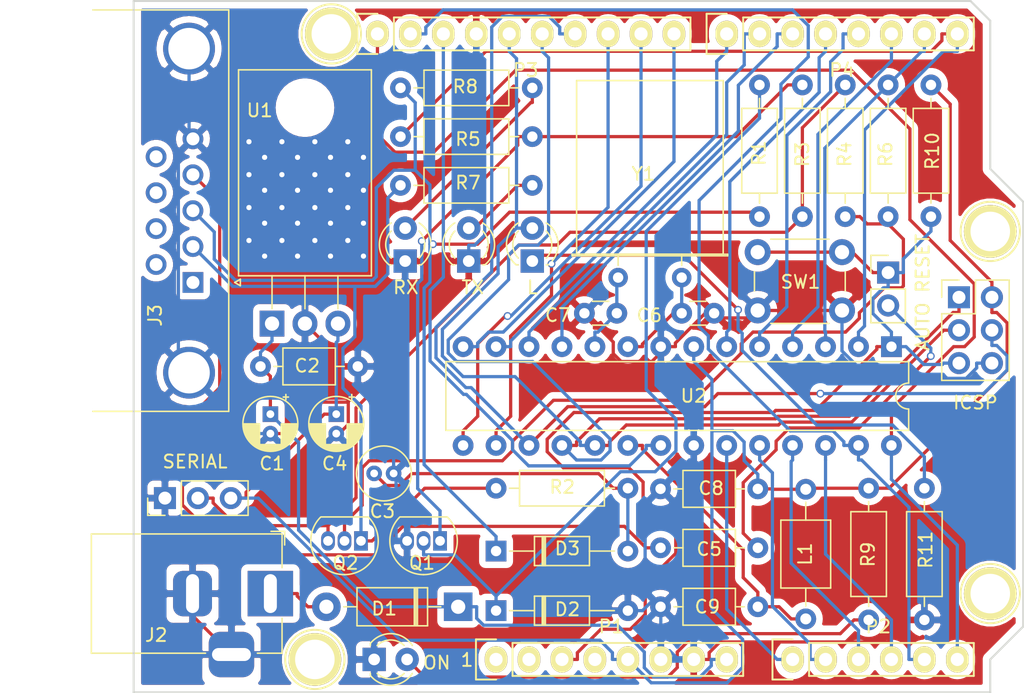
<source format=kicad_pcb>
(kicad_pcb (version 20171130) (host pcbnew "(5.1.4)-1")
  (title_block (date "lun. 30 mars 2015"))
  (layers (0 F.Comp signal) (31 B.Cu signal) (37 F.SilkS user) (38 B.Mask user) (44 Edge.Cuts user))
  (net 0 "")
  (net 1 /IOREF)
  (net 2 /Reset)
  (net 3 +5V)
  (net 4 /Vin)
  (net 5 /A0)
  (net 6 /A1)
  (net 7 /A2)
  (net 8 /A3)
  (net 9 /AREF)
  (net 10 "/A4(SDA)")
  (net 11 "/A5(SCL)")
  (net 12 "/9(**)")
  (net 13 /8)
  (net 14 /7)
  (net 15 "/6(**)")
  (net 16 "/5(**)")
  (net 17 /4)
  (net 18 "/3(**)")
  (net 19 /2)
  (net 20 "/1(Tx)")
  (net 21 "/0(Rx)")
  (net 22 "Net-(P5-Pad1)")
  (net 23 "Net-(P6-Pad1)")
  (net 24 "Net-(P7-Pad1)")
  (net 25 "Net-(P8-Pad1)")
  (net 26 "/13(SCK)")
  (net 27 "/10(**/SS)")
  (net 28 "Net-(P1-Pad1)")
  (net 29 +3V3)
  (net 30 "/12(MISO)")
  (net 31 "/11(**/MOSI)")
  (net 32 GNDD)
  (net 33 "Net-(C5-Pad1)")
  (net 34 "Net-(C5-Pad2)")
  (net 35 "Net-(C6-Pad1)")
  (net 36 "Net-(C7-Pad1)")
  (net 37 "Net-(C9-Pad2)")
  (net 38 "Net-(D1-Pad2)")
  (net 39 "Net-(D2-Pad1)")
  (net 40 "Net-(D3-Pad1)")
  (net 41 "Net-(D4-Pad2)")
  (net 42 "Net-(D5-Pad2)")
  (net 43 "Net-(D6-Pad2)")
  (net 44 "Net-(D7-Pad1)")
  (net 45 "Net-(J1-Pad2)")
  (net 46 "Net-(J3-Pad1)")
  (net 47 "Net-(J3-Pad2)")
  (net 48 "Net-(J3-Pad6)")
  (net 49 "Net-(J3-Pad7)")
  (net 50 "Net-(J3-Pad8)")
  (net 51 "Net-(J3-Pad9)")
  (net 52 "Net-(Q1-Pad1)")
  (net 53 "Net-(Q2-Pad2)")
  (net 54 "Net-(C3-Pad1)")
  (module Connector_Dsub:DSUB-9_Female_Horizontal_P2.77x2.84mm_EdgePinOffset4.94mm_Housed_MountingHolesOffset7.48mm (layer F.Comp) (at 115.57 94.742 270)
    (fp_text reference J3 (at 2.54 2.921 90) (layer F.SilkS))
    (fp_text value DB9_Female_MountingHoles)
    (pad 0 thru_hole circle (at 6.96 0.3 270) (size 4 4) (drill 3.2) (layers *.Cu *.Mask) (net 32 GNDD))
    (pad 0 thru_hole circle (at -18.04 0.3 270) (size 4 4) (drill 3.2) (layers *.Cu *.Mask) (net 32 GNDD))
    (pad 9 thru_hole circle (at -9.695 2.84 270) (size 1.6 1.6) (drill 1) (layers *.Cu *.Mask) (net 51 "Net-(J3-Pad9)"))
    (pad 8 thru_hole circle (at -6.925 2.84 270) (size 1.6 1.6) (drill 1) (layers *.Cu *.Mask) (net 50 "Net-(J3-Pad8)"))
    (pad 7 thru_hole circle (at -4.155 2.84 270) (size 1.6 1.6) (drill 1) (layers *.Cu *.Mask) (net 49 "Net-(J3-Pad7)"))
    (pad 6 thru_hole circle (at -1.385 2.84 270) (size 1.6 1.6) (drill 1) (layers *.Cu *.Mask) (net 48 "Net-(J3-Pad6)"))
    (pad 5 thru_hole circle (at -11.08 0 270) (size 1.6 1.6) (drill 1) (layers *.Cu *.Mask) (net 32 GNDD))
    (pad 4 thru_hole circle (at -8.31 0 270) (size 1.6 1.6) (drill 1) (layers *.Cu *.Mask) (net 34 "Net-(C5-Pad2)"))
    (pad 3 thru_hole circle (at -5.54 0 270) (size 1.6 1.6) (drill 1) (layers *.Cu *.Mask) (net 40 "Net-(D3-Pad1)"))
    (pad 2 thru_hole circle (at -2.77 0 270) (size 1.6 1.6) (drill 1) (layers *.Cu *.Mask) (net 47 "Net-(J3-Pad2)"))
    (pad 1 thru_hole rect (at 0 0 270) (size 1.6 1.6) (drill 1) (layers *.Cu *.Mask) (net 46 "Net-(J3-Pad1)"))
  )
  (module Capacitor_THT:C_Radial_D4.0mm_H5.0mm_P1.50mm (layer F.Comp) (at 129.54 109.474)
    (fp_text reference C3 (at 0.635 2.921) (layer F.SilkS))
    (fp_text value 10u)
    (pad 2 thru_hole circle (at 1.5 0) (size 1.2 1.2) (drill 0.6) (layers *.Cu *.Mask) (net 32 GNDD))
    (pad 1 thru_hole circle (at 0 0) (size 1.2 1.2) (drill 0.6) (layers *.Cu *.Mask) (net 54 "Net-(C3-Pad1)"))
  )
  (module Inductor_THT:L_Axial_L5.0mm_D3.6mm_P10.00mm_Horizontal_Murata_BL01RN1A2A2 (layer F.Comp) (at 162.814 110.697 270)
    (fp_text reference L1 (at 5 0.05 90) (layer F.SilkS))
    (fp_text value 100u)
    (pad 1 thru_hole circle (at 0 0 270) (size 1.6 1.6) (drill 0.85) (layers *.Cu *.Mask) (net 3 +5V))
    (pad 2 thru_hole oval (at 10 0 270) (size 1.6 1.6) (drill 0.85) (layers *.Cu *.Mask) (net 37 "Net-(C9-Pad2)"))
  )
  (module Socket_Arduino_Uno:Socket_Strip_Arduino_1x08 (layer F.Comp) (at 138.938 123.825)
    (fp_text reference P1 (at 8.89 -2.54) (layer F.SilkS))
    (fp_text value Power)
    (pad 1 thru_hole oval (at 0 0) (size 1.7272 2.032) (drill 1.016) (layers *.Cu *.Mask F.SilkS) (net 28 "Net-(P1-Pad1)"))
    (pad 2 thru_hole oval (at 2.54 0) (size 1.7272 2.032) (drill 1.016) (layers *.Cu *.Mask F.SilkS) (net 1 /IOREF))
    (pad 3 thru_hole oval (at 5.08 0) (size 1.7272 2.032) (drill 1.016) (layers *.Cu *.Mask F.SilkS) (net 2 /Reset))
    (pad 4 thru_hole oval (at 7.62 0) (size 1.7272 2.032) (drill 1.016) (layers *.Cu *.Mask F.SilkS) (net 29 +3V3))
    (pad 5 thru_hole oval (at 10.16 0) (size 1.7272 2.032) (drill 1.016) (layers *.Cu *.Mask F.SilkS) (net 3 +5V))
    (pad 6 thru_hole oval (at 12.7 0) (size 1.7272 2.032) (drill 1.016) (layers *.Cu *.Mask F.SilkS) (net 32 GNDD))
    (pad 7 thru_hole oval (at 15.24 0) (size 1.7272 2.032) (drill 1.016) (layers *.Cu *.Mask F.SilkS) (net 32 GNDD))
    (pad 8 thru_hole oval (at 17.78 0) (size 1.7272 2.032) (drill 1.016) (layers *.Cu *.Mask F.SilkS) (net 4 /Vin))
  )
  (module Socket_Arduino_Uno:Socket_Strip_Arduino_1x06 (layer F.Comp) (at 161.798 123.825)
    (fp_text reference P2 (at 6.604 -2.54) (layer F.SilkS))
    (fp_text value Analog)
    (pad 1 thru_hole oval (at 0 0) (size 1.7272 2.032) (drill 1.016) (layers *.Cu *.Mask F.SilkS) (net 5 /A0))
    (pad 2 thru_hole oval (at 2.54 0) (size 1.7272 2.032) (drill 1.016) (layers *.Cu *.Mask F.SilkS) (net 6 /A1))
    (pad 3 thru_hole oval (at 5.08 0) (size 1.7272 2.032) (drill 1.016) (layers *.Cu *.Mask F.SilkS) (net 7 /A2))
    (pad 4 thru_hole oval (at 7.62 0) (size 1.7272 2.032) (drill 1.016) (layers *.Cu *.Mask F.SilkS) (net 8 /A3))
    (pad 5 thru_hole oval (at 10.16 0) (size 1.7272 2.032) (drill 1.016) (layers *.Cu *.Mask F.SilkS) (net 10 "/A4(SDA)"))
    (pad 6 thru_hole oval (at 12.7 0) (size 1.7272 2.032) (drill 1.016) (layers *.Cu *.Mask F.SilkS) (net 11 "/A5(SCL)"))
  )
  (module Socket_Arduino_Uno:Socket_Strip_Arduino_1x10 (layer F.Comp) (at 129.794 75.565)
    (fp_text reference P3 (at 11.43 2.794) (layer F.SilkS))
    (fp_text value Digital)
    (pad 1 thru_hole oval (at 0 0) (size 1.7272 2.032) (drill 1.016) (layers *.Cu *.Mask F.SilkS) (net 11 "/A5(SCL)"))
    (pad 2 thru_hole oval (at 2.54 0) (size 1.7272 2.032) (drill 1.016) (layers *.Cu *.Mask F.SilkS) (net 10 "/A4(SDA)"))
    (pad 3 thru_hole oval (at 5.08 0) (size 1.7272 2.032) (drill 1.016) (layers *.Cu *.Mask F.SilkS) (net 9 /AREF))
    (pad 4 thru_hole oval (at 7.62 0) (size 1.7272 2.032) (drill 1.016) (layers *.Cu *.Mask F.SilkS) (net 32 GNDD))
    (pad 5 thru_hole oval (at 10.16 0) (size 1.7272 2.032) (drill 1.016) (layers *.Cu *.Mask F.SilkS) (net 26 "/13(SCK)"))
    (pad 6 thru_hole oval (at 12.7 0) (size 1.7272 2.032) (drill 1.016) (layers *.Cu *.Mask F.SilkS) (net 30 "/12(MISO)"))
    (pad 7 thru_hole oval (at 15.24 0) (size 1.7272 2.032) (drill 1.016) (layers *.Cu *.Mask F.SilkS) (net 31 "/11(**/MOSI)"))
    (pad 8 thru_hole oval (at 17.78 0) (size 1.7272 2.032) (drill 1.016) (layers *.Cu *.Mask F.SilkS) (net 27 "/10(**/SS)"))
    (pad 9 thru_hole oval (at 20.32 0) (size 1.7272 2.032) (drill 1.016) (layers *.Cu *.Mask F.SilkS) (net 12 "/9(**)"))
    (pad 10 thru_hole oval (at 22.86 0) (size 1.7272 2.032) (drill 1.016) (layers *.Cu *.Mask F.SilkS) (net 13 /8))
  )
  (module Socket_Arduino_Uno:Socket_Strip_Arduino_1x08 (layer F.Comp) (at 156.718 75.565)
    (fp_text reference P4 (at 8.89 2.794) (layer F.SilkS))
    (fp_text value Digital)
    (pad 1 thru_hole oval (at 0 0) (size 1.7272 2.032) (drill 1.016) (layers *.Cu *.Mask F.SilkS) (net 14 /7))
    (pad 2 thru_hole oval (at 2.54 0) (size 1.7272 2.032) (drill 1.016) (layers *.Cu *.Mask F.SilkS) (net 15 "/6(**)"))
    (pad 3 thru_hole oval (at 5.08 0) (size 1.7272 2.032) (drill 1.016) (layers *.Cu *.Mask F.SilkS) (net 16 "/5(**)"))
    (pad 4 thru_hole oval (at 7.62 0) (size 1.7272 2.032) (drill 1.016) (layers *.Cu *.Mask F.SilkS) (net 17 /4))
    (pad 5 thru_hole oval (at 10.16 0) (size 1.7272 2.032) (drill 1.016) (layers *.Cu *.Mask F.SilkS) (net 18 "/3(**)"))
    (pad 6 thru_hole oval (at 12.7 0) (size 1.7272 2.032) (drill 1.016) (layers *.Cu *.Mask F.SilkS) (net 19 /2))
    (pad 7 thru_hole oval (at 15.24 0) (size 1.7272 2.032) (drill 1.016) (layers *.Cu *.Mask F.SilkS) (net 20 "/1(Tx)"))
    (pad 8 thru_hole oval (at 17.78 0) (size 1.7272 2.032) (drill 1.016) (layers *.Cu *.Mask F.SilkS) (net 21 "/0(Rx)"))
  )
  (module Socket_Arduino_Uno:Arduino_1pin (layer F.Comp) (at 124.968 123.825)
    (fp_text reference P5 hide)
    (fp_text value CONN_01X01 hide)
    (pad 1 thru_hole circle (at 0 0) (size 4.064 4.064) (drill 3.048) (layers *.Cu *.Mask F.SilkS) (net 22 "Net-(P5-Pad1)"))
  )
  (module Socket_Arduino_Uno:Arduino_1pin (layer F.Comp) (at 177.038 118.745)
    (fp_text reference P6 hide)
    (fp_text value CONN_01X01 hide)
    (pad 1 thru_hole circle (at 0 0) (size 4.064 4.064) (drill 3.048) (layers *.Cu *.Mask F.SilkS) (net 23 "Net-(P6-Pad1)"))
  )
  (module Socket_Arduino_Uno:Arduino_1pin (layer F.Comp) (at 126.238 75.565)
    (fp_text reference P7 hide)
    (fp_text value CONN_01X01 hide)
    (pad 1 thru_hole circle (at 0 0) (size 4.064 4.064) (drill 3.048) (layers *.Cu *.Mask F.SilkS) (net 24 "Net-(P7-Pad1)"))
  )
  (module Socket_Arduino_Uno:Arduino_1pin (layer F.Comp) (at 177.038 90.805)
    (fp_text reference P8 hide)
    (fp_text value CONN_01X01 hide)
    (pad 1 thru_hole circle (at 0 0) (size 4.064 4.064) (drill 3.048) (layers *.Cu *.Mask F.SilkS) (net 25 "Net-(P8-Pad1)"))
  )
  (module Capacitor_THT:CP_Radial_D4.0mm_P1.50mm (layer F.Comp) (at 121.539 104.902 270)
    (fp_text reference C1 (at 3.81 -0.127 180) (layer F.SilkS))
    (fp_text value 100u)
    (pad 1 thru_hole rect (at 0 0 270) (size 1.2 1.2) (drill 0.6) (layers *.Cu *.Mask) (net 4 /Vin))
    (pad 2 thru_hole circle (at 1.5 0 270) (size 1.2 1.2) (drill 0.6) (layers *.Cu *.Mask) (net 32 GNDD))
  )
  (module Capacitor_THT:C_Axial_L3.8mm_D2.6mm_P7.50mm_Horizontal (layer F.Comp) (at 120.777 101.219)
    (fp_text reference C2 (at 3.6 -0.05) (layer F.SilkS))
    (fp_text value 100n)
    (pad 2 thru_hole oval (at 7.5 0) (size 1.6 1.6) (drill 0.8) (layers *.Cu *.Mask) (net 32 GNDD))
    (pad 1 thru_hole circle (at 0 0) (size 1.6 1.6) (drill 0.8) (layers *.Cu *.Mask) (net 4 /Vin))
  )
  (module Capacitor_THT:CP_Radial_D4.0mm_P1.50mm (layer F.Comp) (at 126.619 104.902 270)
    (fp_text reference C4 (at 3.81 0.127 180) (layer F.SilkS))
    (fp_text value 100u)
    (pad 2 thru_hole circle (at 1.5 0 270) (size 1.2 1.2) (drill 0.6) (layers *.Cu *.Mask) (net 32 GNDD))
    (pad 1 thru_hole rect (at 0 0 270) (size 1.2 1.2) (drill 0.6) (layers *.Cu *.Mask) (net 3 +5V))
  )
  (module Capacitor_THT:C_Axial_L3.8mm_D2.6mm_P7.50mm_Horizontal (layer F.Comp) (at 159.118 115.214 180)
    (fp_text reference C5 (at 3.75 -0.1 180) (layer F.SilkS))
    (fp_text value 100n)
    (pad 1 thru_hole circle (at 0 0 180) (size 1.6 1.6) (drill 0.8) (layers *.Cu *.Mask) (net 33 "Net-(C5-Pad1)"))
    (pad 2 thru_hole oval (at 7.5 0 180) (size 1.6 1.6) (drill 0.8) (layers *.Cu *.Mask) (net 34 "Net-(C5-Pad2)"))
  )
  (module Capacitor_THT:C_Disc_D3.0mm_W1.6mm_P2.50mm (layer F.Comp) (at 153.248 97.115)
    (fp_text reference C6 (at -2.499 0.167) (layer F.SilkS))
    (fp_text value 22p)
    (pad 1 thru_hole circle (at 0 0) (size 1.6 1.6) (drill 0.8) (layers *.Cu *.Mask) (net 35 "Net-(C6-Pad1)"))
    (pad 2 thru_hole circle (at 2.5 0) (size 1.6 1.6) (drill 0.8) (layers *.Cu *.Mask) (net 32 GNDD))
  )
  (module Capacitor_THT:C_Disc_D3.0mm_W1.6mm_P2.50mm (layer F.Comp) (at 148.248 97.115 180)
    (fp_text reference C7 (at 4.55 -0.15 180) (layer F.SilkS))
    (fp_text value 22p)
    (pad 2 thru_hole circle (at 2.5 0 180) (size 1.6 1.6) (drill 0.8) (layers *.Cu *.Mask) (net 32 GNDD))
    (pad 1 thru_hole circle (at 0 0 180) (size 1.6 1.6) (drill 0.8) (layers *.Cu *.Mask) (net 36 "Net-(C7-Pad1)"))
  )
  (module Capacitor_THT:C_Axial_L3.8mm_D2.6mm_P7.50mm_Horizontal (layer F.Comp) (at 151.618 110.667)
    (fp_text reference C8 (at 3.9 -0.05 180) (layer F.SilkS))
    (fp_text value 100n)
    (pad 2 thru_hole oval (at 7.5 0) (size 1.6 1.6) (drill 0.8) (layers *.Cu *.Mask) (net 3 +5V))
    (pad 1 thru_hole circle (at 0 0) (size 1.6 1.6) (drill 0.8) (layers *.Cu *.Mask) (net 32 GNDD))
  )
  (module Capacitor_THT:C_Axial_L3.8mm_D2.6mm_P7.50mm_Horizontal (layer F.Comp) (at 151.618 119.761)
    (fp_text reference C9 (at 3.61 0 180) (layer F.SilkS))
    (fp_text value 100n)
    (pad 1 thru_hole circle (at 0 0) (size 1.6 1.6) (drill 0.8) (layers *.Cu *.Mask) (net 32 GNDD))
    (pad 2 thru_hole oval (at 7.5 0) (size 1.6 1.6) (drill 0.8) (layers *.Cu *.Mask) (net 37 "Net-(C9-Pad2)"))
  )
  (module Diode_THT:D_DO-41_SOD81_P10.16mm_Horizontal (layer F.Comp) (at 136.017 119.761 180)
    (fp_text reference D1 (at 5.7 -0.15 180) (layer F.SilkS))
    (fp_text value 1N4004)
    (pad 2 thru_hole oval (at 10.16 0 180) (size 2.2 2.2) (drill 1.1) (layers *.Cu *.Mask) (net 38 "Net-(D1-Pad2)"))
    (pad 1 thru_hole rect (at 0 0 180) (size 2.2 2.2) (drill 1.1) (layers *.Cu *.Mask) (net 4 /Vin))
  )
  (module Diode_THT:D_DO-35_SOD27_P10.16mm_Horizontal (layer F.Comp) (at 138.938 120.061)
    (fp_text reference D2 (at 5.5 -0.1 180) (layer F.SilkS))
    (fp_text value 1N4148)
    (pad 2 thru_hole oval (at 10.16 0) (size 1.6 1.6) (drill 0.8) (layers *.Cu *.Mask) (net 32 GNDD))
    (pad 1 thru_hole rect (at 0 0) (size 1.6 1.6) (drill 0.8) (layers *.Cu *.Mask) (net 39 "Net-(D2-Pad1)"))
  )
  (module Diode_THT:D_DO-35_SOD27_P10.16mm_Horizontal (layer F.Comp) (at 138.938 115.464)
    (fp_text reference D3 (at 5.5 -0.2 180) (layer F.SilkS))
    (fp_text value 1N4148)
    (pad 1 thru_hole rect (at 0 0) (size 1.6 1.6) (drill 0.8) (layers *.Cu *.Mask) (net 40 "Net-(D3-Pad1)"))
    (pad 2 thru_hole oval (at 10.16 0) (size 1.6 1.6) (drill 0.8) (layers *.Cu *.Mask) (net 54 "Net-(C3-Pad1)"))
  )
  (module LED_THT:LED_D3.0mm_Clear (layer F.Comp) (at 136.832 93.091 90)
    (fp_text reference TX (at -2.032 0.310714 180) (layer F.SilkS))
    (fp_text value TX)
    (pad 2 thru_hole circle (at 2.54 0 90) (size 1.8 1.8) (drill 0.9) (layers *.Cu *.Mask) (net 41 "Net-(D4-Pad2)"))
    (pad 1 thru_hole rect (at 0 0 90) (size 1.8 1.8) (drill 0.9) (layers *.Cu *.Mask) (net 32 GNDD))
  )
  (module LED_THT:LED_D3.0mm_Clear (layer F.Comp) (at 131.931 93.091 90)
    (fp_text reference RX (at -2.032 0.05 180) (layer F.SilkS))
    (fp_text value RX)
    (pad 2 thru_hole circle (at 2.54 0 90) (size 1.8 1.8) (drill 0.9) (layers *.Cu *.Mask) (net 42 "Net-(D5-Pad2)"))
    (pad 1 thru_hole rect (at 0 0 90) (size 1.8 1.8) (drill 0.9) (layers *.Cu *.Mask) (net 32 GNDD))
  )
  (module LED_THT:LED_D3.0mm_Clear (layer F.Comp) (at 129.54 123.825)
    (fp_text reference ON (at 4.826 0.254) (layer F.SilkS))
    (fp_text value POWER)
    (pad 1 thru_hole rect (at 0 0) (size 1.8 1.8) (drill 0.9) (layers *.Cu *.Mask) (net 32 GNDD))
    (pad 2 thru_hole circle (at 2.54 0) (size 1.8 1.8) (drill 0.9) (layers *.Cu *.Mask) (net 43 "Net-(D6-Pad2)"))
  )
  (module LED_THT:LED_D3.0mm_Clear (layer F.Comp) (at 141.732 93.091 90)
    (fp_text reference L (at -2.032 0 180) (layer F.SilkS))
    (fp_text value LED13)
    (pad 1 thru_hole rect (at 0 0 90) (size 1.8 1.8) (drill 0.9) (layers *.Cu *.Mask) (net 44 "Net-(D7-Pad1)"))
    (pad 2 thru_hole circle (at 2.54 0 90) (size 1.8 1.8) (drill 0.9) (layers *.Cu *.Mask) (net 26 "/13(SCK)"))
  )
  (module Connector_PinHeader_2.54mm:PinHeader_1x03_P2.54mm_Vertical (layer F.Comp) (at 113.411 111.379 90)
    (fp_text reference SERIAL (at 2.816 2.32) (layer F.SilkS))
    (fp_text value Conn_01x03_Male)
    (pad 1 thru_hole rect (at 0 0 90) (size 1.7 1.7) (drill 1) (layers *.Cu *.Mask) (net 32 GNDD))
    (pad 2 thru_hole oval (at 0 2.54 90) (size 1.7 1.7) (drill 1) (layers *.Cu *.Mask) (net 45 "Net-(J1-Pad2)"))
    (pad 3 thru_hole oval (at 0 5.08 90) (size 1.7 1.7) (drill 1) (layers *.Cu *.Mask) (net 3 +5V))
  )
  (module Connector_BarrelJack:BarrelJack_Horizontal (layer F.Comp) (at 121.539 118.745)
    (fp_text reference J2 (at -8.8 3.2) (layer F.SilkS))
    (fp_text value Barrel_Jack_Switch)
    (pad 1 thru_hole rect (at 0 0) (size 3.5 3.5) (drill oval 1 3) (layers *.Cu *.Mask) (net 38 "Net-(D1-Pad2)"))
    (pad 2 thru_hole roundrect (at -6 0) (size 3 3.5) (drill oval 1 3) (layers *.Cu *.Mask) (net 32 GNDD))
    (pad 3 thru_hole roundrect (at -3 4.7) (size 3.5 3.5) (drill oval 3 1) (layers *.Cu *.Mask) (net 32 GNDD))
  )
  (module Connector_PinHeader_2.54mm:PinHeader_1x02_P2.54mm_Vertical (layer F.Comp) (at 169.164 93.98)
    (fp_text reference "AUTO RESET" (at 2.667 1.524 90) (layer F.SilkS))
    (fp_text value Conn_01x02_Male)
    (pad 1 thru_hole rect (at 0 0) (size 1.7 1.7) (drill 1) (layers *.Cu *.Mask) (net 2 /Reset))
    (pad 2 thru_hole oval (at 0 2.54) (size 1.7 1.7) (drill 1) (layers *.Cu *.Mask) (net 33 "Net-(C5-Pad1)"))
  )
  (module Connector_PinHeader_2.54mm:PinHeader_2x03_P2.54mm_Vertical (layer F.Comp) (at 174.625 95.885)
    (fp_text reference ICSP (at 1.27 8.128) (layer F.SilkS))
    (fp_text value Conn_02x03_Odd_Even)
    (pad 1 thru_hole rect (at 0 0) (size 1.7 1.7) (drill 1) (layers *.Cu *.Mask) (net 30 "/12(MISO)"))
    (pad 2 thru_hole oval (at 2.54 0) (size 1.7 1.7) (drill 1) (layers *.Cu *.Mask) (net 3 +5V))
    (pad 3 thru_hole oval (at 0 2.54) (size 1.7 1.7) (drill 1) (layers *.Cu *.Mask) (net 26 "/13(SCK)"))
    (pad 4 thru_hole oval (at 2.54 2.54) (size 1.7 1.7) (drill 1) (layers *.Cu *.Mask) (net 31 "/11(**/MOSI)"))
    (pad 5 thru_hole oval (at 0 5.08) (size 1.7 1.7) (drill 1) (layers *.Cu *.Mask) (net 2 /Reset))
    (pad 6 thru_hole oval (at 2.54 5.08) (size 1.7 1.7) (drill 1) (layers *.Cu *.Mask) (net 32 GNDD))
  )
  (module Package_TO_SOT_THT:TO-92_Inline (layer F.Comp) (at 134.62 114.681 180)
    (fp_text reference Q1 (at 1.4 -1.7) (layer F.SilkS))
    (fp_text value BC547)
    (pad 1 thru_hole rect (at 0 0 180) (size 1.05 1.5) (drill 0.75) (layers *.Cu *.Mask) (net 52 "Net-(Q1-Pad1)"))
    (pad 3 thru_hole oval (at 2.54 0 180) (size 1.05 1.5) (drill 0.75) (layers *.Cu *.Mask) (net 32 GNDD))
    (pad 2 thru_hole oval (at 1.27 0 180) (size 1.05 1.5) (drill 0.75) (layers *.Cu *.Mask) (net 39 "Net-(D2-Pad1)"))
  )
  (module Package_TO_SOT_THT:TO-92_Inline (layer F.Comp) (at 128.524 114.681 180)
    (fp_text reference Q2 (at 1.2 -1.7) (layer F.SilkS))
    (fp_text value BC557)
    (pad 2 thru_hole oval (at 1.27 0 180) (size 1.05 1.5) (drill 0.75) (layers *.Cu *.Mask) (net 53 "Net-(Q2-Pad2)"))
    (pad 3 thru_hole oval (at 2.54 0 180) (size 1.05 1.5) (drill 0.75) (layers *.Cu *.Mask) (net 45 "Net-(J1-Pad2)"))
    (pad 1 thru_hole rect (at 0 0 180) (size 1.05 1.5) (drill 0.75) (layers *.Cu *.Mask) (net 47 "Net-(J3-Pad2)"))
  )
  (module Resistor_THT:R_Axial_DIN0207_L6.3mm_D2.5mm_P10.16mm_Horizontal (layer F.Comp) (at 159.248 89.662 90)
    (fp_text reference R1 (at 4.9 -0.05 90) (layer F.SilkS))
    (fp_text value 10k)
    (pad 1 thru_hole circle (at 0 0 90) (size 1.6 1.6) (drill 0.8) (layers *.Cu *.Mask) (net 40 "Net-(D3-Pad1)"))
    (pad 2 thru_hole oval (at 10.16 0 90) (size 1.6 1.6) (drill 0.8) (layers *.Cu *.Mask) (net 39 "Net-(D2-Pad1)"))
  )
  (module Resistor_THT:R_Axial_DIN0207_L6.3mm_D2.5mm_P10.16mm_Horizontal (layer F.Comp) (at 138.938 110.617)
    (fp_text reference R2 (at 5.1 -0.1) (layer F.SilkS))
    (fp_text value 4k7)
    (pad 1 thru_hole circle (at 0 0) (size 1.6 1.6) (drill 0.8) (layers *.Cu *.Mask) (net 47 "Net-(J3-Pad2)"))
    (pad 2 thru_hole oval (at 10.16 0) (size 1.6 1.6) (drill 0.8) (layers *.Cu *.Mask) (net 54 "Net-(C3-Pad1)"))
  )
  (module Resistor_THT:R_Axial_DIN0207_L6.3mm_D2.5mm_P10.16mm_Horizontal (layer F.Comp) (at 162.552 89.662 90)
    (fp_text reference R3 (at 4.8 0 90) (layer F.SilkS))
    (fp_text value 10k)
    (pad 1 thru_hole circle (at 0 0 90) (size 1.6 1.6) (drill 0.8) (layers *.Cu *.Mask) (net 45 "Net-(J1-Pad2)"))
    (pad 2 thru_hole oval (at 10.16 0 90) (size 1.6 1.6) (drill 0.8) (layers *.Cu *.Mask) (net 52 "Net-(Q1-Pad1)"))
  )
  (module Resistor_THT:R_Axial_DIN0207_L6.3mm_D2.5mm_P10.16mm_Horizontal (layer F.Comp) (at 165.857 79.502 270)
    (fp_text reference R4 (at 5.35 0.05 270) (layer F.SilkS))
    (fp_text value 10k)
    (pad 2 thru_hole oval (at 10.16 0 270) (size 1.6 1.6) (drill 0.8) (layers *.Cu *.Mask) (net 53 "Net-(Q2-Pad2)"))
    (pad 1 thru_hole circle (at 0 0 270) (size 1.6 1.6) (drill 0.8) (layers *.Cu *.Mask) (net 45 "Net-(J1-Pad2)"))
  )
  (module Resistor_THT:R_Axial_DIN0207_L6.3mm_D2.5mm_P10.16mm_Horizontal (layer F.Comp) (at 131.572 83.4895)
    (fp_text reference R5 (at 5.2 0.2) (layer F.SilkS))
    (fp_text value 1k)
    (pad 2 thru_hole oval (at 10.16 0) (size 1.6 1.6) (drill 0.8) (layers *.Cu *.Mask) (net 52 "Net-(Q1-Pad1)"))
    (pad 1 thru_hole circle (at 0 0) (size 1.6 1.6) (drill 0.8) (layers *.Cu *.Mask) (net 21 "/0(Rx)"))
  )
  (module Resistor_THT:R_Axial_DIN0207_L6.3mm_D2.5mm_P10.16mm_Horizontal (layer F.Comp) (at 169.162 79.502 270)
    (fp_text reference R6 (at 5.35 0.2 270) (layer F.SilkS))
    (fp_text value 10k)
    (pad 2 thru_hole oval (at 10.16 0 270) (size 1.6 1.6) (drill 0.8) (layers *.Cu *.Mask) (net 53 "Net-(Q2-Pad2)"))
    (pad 1 thru_hole circle (at 0 0 270) (size 1.6 1.6) (drill 0.8) (layers *.Cu *.Mask) (net 20 "/1(Tx)"))
  )
  (module Resistor_THT:R_Axial_DIN0207_L6.3mm_D2.5mm_P10.16mm_Horizontal (layer F.Comp) (at 131.572 87.249)
    (fp_text reference R7 (at 5.2 -0.2 180) (layer F.SilkS))
    (fp_text value 1k)
    (pad 1 thru_hole circle (at 0 0) (size 1.6 1.6) (drill 0.8) (layers *.Cu *.Mask) (net 47 "Net-(J3-Pad2)"))
    (pad 2 thru_hole oval (at 10.16 0) (size 1.6 1.6) (drill 0.8) (layers *.Cu *.Mask) (net 41 "Net-(D4-Pad2)"))
  )
  (module Resistor_THT:R_Axial_DIN0207_L6.3mm_D2.5mm_P10.16mm_Horizontal (layer F.Comp) (at 131.572 79.73)
    (fp_text reference R8 (at 5 -0.1) (layer F.SilkS))
    (fp_text value 1k)
    (pad 2 thru_hole oval (at 10.16 0) (size 1.6 1.6) (drill 0.8) (layers *.Cu *.Mask) (net 42 "Net-(D5-Pad2)"))
    (pad 1 thru_hole circle (at 0 0) (size 1.6 1.6) (drill 0.8) (layers *.Cu *.Mask) (net 40 "Net-(D3-Pad1)"))
  )
  (module Resistor_THT:R_Axial_DIN0207_L6.3mm_D2.5mm_P10.16mm_Horizontal (layer F.Comp) (at 167.661 110.617 270)
    (fp_text reference R9 (at 5.11 0.05 90) (layer F.SilkS))
    (fp_text value 1k)
    (pad 1 thru_hole circle (at 0 0 270) (size 1.6 1.6) (drill 0.8) (layers *.Cu *.Mask) (net 3 +5V))
    (pad 2 thru_hole oval (at 10.16 0 270) (size 1.6 1.6) (drill 0.8) (layers *.Cu *.Mask) (net 43 "Net-(D6-Pad2)"))
  )
  (module Resistor_THT:R_Axial_DIN0207_L6.3mm_D2.5mm_P10.16mm_Horizontal (layer F.Comp) (at 172.466 79.502 270)
    (fp_text reference R10 (at 5.1 -0.1 90) (layer F.SilkS))
    (fp_text value 10k)
    (pad 1 thru_hole circle (at 0 0 270) (size 1.6 1.6) (drill 0.8) (layers *.Cu *.Mask) (net 3 +5V))
    (pad 2 thru_hole oval (at 10.16 0 270) (size 1.6 1.6) (drill 0.8) (layers *.Cu *.Mask) (net 2 /Reset))
  )
  (module Resistor_THT:R_Axial_DIN0207_L6.3mm_D2.5mm_P10.16mm_Horizontal (layer F.Comp) (at 171.958 110.617 270)
    (fp_text reference R11 (at 4.75 -0.1 270) (layer F.SilkS))
    (fp_text value 1k)
    (pad 2 thru_hole oval (at 10.16 0 270) (size 1.6 1.6) (drill 0.8) (layers *.Cu *.Mask) (net 32 GNDD))
    (pad 1 thru_hole circle (at 0 0 270) (size 1.6 1.6) (drill 0.8) (layers *.Cu *.Mask) (net 44 "Net-(D7-Pad1)"))
  )
  (module Button_Switch_THT:SW_PUSH_6mm (layer F.Comp) (at 165.608 96.901 180)
    (fp_text reference SW1 (at 3.2 2.2) (layer F.SilkS))
    (fp_text value SW_Push)
    (pad 2 thru_hole circle (at 0 4.5 270) (size 2 2) (drill 1.1) (layers *.Cu *.Mask) (net 2 /Reset))
    (pad 1 thru_hole circle (at 0 0 270) (size 2 2) (drill 1.1) (layers *.Cu *.Mask) (net 32 GNDD))
    (pad 2 thru_hole circle (at 6.5 4.5 270) (size 2 2) (drill 1.1) (layers *.Cu *.Mask) (net 2 /Reset))
    (pad 1 thru_hole circle (at 6.5 0 270) (size 2 2) (drill 1.1) (layers *.Cu *.Mask) (net 32 GNDD))
  )
  (module Package_TO_SOT_THT:TO-220-3_Horizontal_TabDown (layer F.Comp) (at 121.666 97.917)
    (fp_text reference U1 (at -0.9525 -16.4465) (layer F.SilkS))
    (fp_text value LM7805_TO220)
    (pad "" np_thru_hole oval (at 2.54 -16.66) (size 3.5 3.5) (drill 3.5) (layers *.Cu *.Mask))
    (pad 1 thru_hole rect (at 0 0) (size 1.905 2) (drill 1.1) (layers *.Cu *.Mask) (net 4 /Vin))
    (pad 2 thru_hole oval (at 2.54 0) (size 1.905 2) (drill 1.1) (layers *.Cu *.Mask) (net 32 GNDD))
    (pad 3 thru_hole oval (at 5.08 0) (size 1.905 2) (drill 1.1) (layers *.Cu *.Mask) (net 3 +5V))
  )
  (module Package_DIP:DIP-28_W7.62mm (layer F.Comp) (at 169.418 99.695 270)
    (fp_text reference U2 (at 3.8 15.25) (layer F.SilkS))
    (fp_text value ATmega8-16PU)
    (pad 1 thru_hole rect (at 0 0 270) (size 1.6 1.6) (drill 0.8) (layers *.Cu *.Mask) (net 2 /Reset))
    (pad 15 thru_hole oval (at 7.62 33.02 270) (size 1.6 1.6) (drill 0.8) (layers *.Cu *.Mask) (net 12 "/9(**)"))
    (pad 2 thru_hole oval (at 0 2.54 270) (size 1.6 1.6) (drill 0.8) (layers *.Cu *.Mask) (net 21 "/0(Rx)"))
    (pad 16 thru_hole oval (at 7.62 30.48 270) (size 1.6 1.6) (drill 0.8) (layers *.Cu *.Mask) (net 27 "/10(**/SS)"))
    (pad 3 thru_hole oval (at 0 5.08 270) (size 1.6 1.6) (drill 0.8) (layers *.Cu *.Mask) (net 20 "/1(Tx)"))
    (pad 17 thru_hole oval (at 7.62 27.94 270) (size 1.6 1.6) (drill 0.8) (layers *.Cu *.Mask) (net 31 "/11(**/MOSI)"))
    (pad 4 thru_hole oval (at 0 7.62 270) (size 1.6 1.6) (drill 0.8) (layers *.Cu *.Mask) (net 19 /2))
    (pad 18 thru_hole oval (at 7.62 25.4 270) (size 1.6 1.6) (drill 0.8) (layers *.Cu *.Mask) (net 30 "/12(MISO)"))
    (pad 5 thru_hole oval (at 0 10.16 270) (size 1.6 1.6) (drill 0.8) (layers *.Cu *.Mask) (net 18 "/3(**)"))
    (pad 19 thru_hole oval (at 7.62 22.86 270) (size 1.6 1.6) (drill 0.8) (layers *.Cu *.Mask) (net 26 "/13(SCK)"))
    (pad 6 thru_hole oval (at 0 12.7 270) (size 1.6 1.6) (drill 0.8) (layers *.Cu *.Mask) (net 17 /4))
    (pad 20 thru_hole oval (at 7.62 20.32 270) (size 1.6 1.6) (drill 0.8) (layers *.Cu *.Mask) (net 37 "Net-(C9-Pad2)"))
    (pad 7 thru_hole oval (at 0 15.24 270) (size 1.6 1.6) (drill 0.8) (layers *.Cu *.Mask) (net 3 +5V))
    (pad 21 thru_hole oval (at 7.62 17.78 270) (size 1.6 1.6) (drill 0.8) (layers *.Cu *.Mask) (net 9 /AREF))
    (pad 8 thru_hole oval (at 0 17.78 270) (size 1.6 1.6) (drill 0.8) (layers *.Cu *.Mask) (net 32 GNDD))
    (pad 22 thru_hole oval (at 7.62 15.24 270) (size 1.6 1.6) (drill 0.8) (layers *.Cu *.Mask) (net 32 GNDD))
    (pad 9 thru_hole oval (at 0 20.32 270) (size 1.6 1.6) (drill 0.8) (layers *.Cu *.Mask) (net 35 "Net-(C6-Pad1)"))
    (pad 23 thru_hole oval (at 7.62 12.7 270) (size 1.6 1.6) (drill 0.8) (layers *.Cu *.Mask) (net 5 /A0))
    (pad 10 thru_hole oval (at 0 22.86 270) (size 1.6 1.6) (drill 0.8) (layers *.Cu *.Mask) (net 36 "Net-(C7-Pad1)"))
    (pad 24 thru_hole oval (at 7.62 10.16 270) (size 1.6 1.6) (drill 0.8) (layers *.Cu *.Mask) (net 6 /A1))
    (pad 11 thru_hole oval (at 0 25.4 270) (size 1.6 1.6) (drill 0.8) (layers *.Cu *.Mask) (net 16 "/5(**)"))
    (pad 25 thru_hole oval (at 7.62 7.62 270) (size 1.6 1.6) (drill 0.8) (layers *.Cu *.Mask) (net 7 /A2))
    (pad 12 thru_hole oval (at 0 27.94 270) (size 1.6 1.6) (drill 0.8) (layers *.Cu *.Mask) (net 15 "/6(**)"))
    (pad 26 thru_hole oval (at 7.62 5.08 270) (size 1.6 1.6) (drill 0.8) (layers *.Cu *.Mask) (net 8 /A3))
    (pad 13 thru_hole oval (at 0 30.48 270) (size 1.6 1.6) (drill 0.8) (layers *.Cu *.Mask) (net 14 /7))
    (pad 27 thru_hole oval (at 7.62 2.54 270) (size 1.6 1.6) (drill 0.8) (layers *.Cu *.Mask) (net 10 "/A4(SDA)"))
    (pad 14 thru_hole oval (at 0 33.02 270) (size 1.6 1.6) (drill 0.8) (layers *.Cu *.Mask) (net 13 /8))
    (pad 28 thru_hole oval (at 7.62 0 270) (size 1.6 1.6) (drill 0.8) (layers *.Cu *.Mask) (net 11 "/A5(SCL)"))
  )
  (module Crystal:Crystal_HC18-U_Horizontal (layer F.Comp) (at 153.248 94.365 180)
    (fp_text reference Y1 (at 2.95 8) (layer F.SilkS))
    (fp_text value 16000)
    (pad 1 thru_hole circle (at 0 0 180) (size 1.5 1.5) (drill 0.8) (layers *.Cu *.Mask) (net 35 "Net-(C6-Pad1)"))
    (pad 2 thru_hole circle (at 4.9 0 180) (size 1.5 1.5) (drill 0.8) (layers *.Cu *.Mask) (net 36 "Net-(C7-Pad1)"))
  )
  (gr_text 1 (at 136.698 123.865) (layer F.SilkS) (effects (font (size 1 1))))
  (gr_line (start 177.038 74.549) (end 175.514 73.025) (angle 90) (layer Edge.Cuts) (width 0.15))
  (gr_line (start 177.038 85.979) (end 177.038 74.549) (angle 90) (layer Edge.Cuts) (width 0.15))
  (gr_line (start 179.578 88.519) (end 177.038 85.979) (angle 90) (layer Edge.Cuts) (width 0.15))
  (gr_line (start 179.578 121.285) (end 179.578 88.519) (angle 90) (layer Edge.Cuts) (width 0.15))
  (gr_line (start 177.038 123.825) (end 179.578 121.285) (angle 90) (layer Edge.Cuts) (width 0.15))
  (gr_line (start 177.038 126.365) (end 177.038 123.825) (angle 90) (layer Edge.Cuts) (width 0.15))
  (gr_line (start 110.998 126.365) (end 177.038 126.365) (angle 90) (layer Edge.Cuts) (width 0.15))
  (gr_line (start 110.998 73.025) (end 110.998 126.365) (angle 90) (layer Edge.Cuts) (width 0.15))
  (gr_line (start 175.514 73.025) (end 110.998 73.025) (angle 90) (layer Edge.Cuts) (width 0.15))
  (segment (start 145.2069 123.825) (end 145.2069 123.3049) (width 0.25) (layer F.Comp) (net 2))
  (segment (start 145.2069 123.3049) (end 147.0143 121.4975) (width 0.25) (layer F.Comp) (net 2))
  (segment (start 147.0143 121.4975) (end 149.2874 121.4975) (width 0.25) (layer F.Comp) (net 2))
  (segment (start 149.2874 121.4975) (end 150.4387 120.3462) (width 0.25) (layer F.Comp) (net 2))
  (segment (start 150.4387 120.3462) (end 150.4387 117.989) (width 0.25) (layer F.Comp) (net 2))
  (segment (start 150.4387 117.989) (end 152.7924 115.6353) (width 0.25) (layer F.Comp) (net 2))
  (segment (start 152.7924 115.6353) (end 152.7924 114.0526) (width 0.25) (layer F.Comp) (net 2))
  (segment (start 152.7924 114.0526) (end 150.2734 111.5336) (width 0.25) (layer F.Comp) (net 2))
  (segment (start 150.2734 111.5336) (end 150.2734 110.1375) (width 0.25) (layer F.Comp) (net 2))
  (segment (start 150.2734 110.1375) (end 149.1677 109.0318) (width 0.25) (layer F.Comp) (net 2))
  (segment (start 149.1677 109.0318) (end 144.1164 109.0318) (width 0.25) (layer F.Comp) (net 2))
  (segment (start 144.1164 109.0318) (end 142.8794 107.7948) (width 0.25) (layer F.Comp) (net 2))
  (segment (start 142.8794 107.7948) (end 142.8794 106.8315) (width 0.25) (layer F.Comp) (net 2))
  (segment (start 142.8794 106.8315) (end 144.935 104.7759) (width 0.25) (layer F.Comp) (net 2))
  (segment (start 144.935 104.7759) (end 160.3289 104.7759) (width 0.25) (layer F.Comp) (net 2))
  (segment (start 160.3289 104.7759) (end 160.4912 104.6136) (width 0.25) (layer F.Comp) (net 2))
  (segment (start 160.4912 104.6136) (end 163.5786 104.6136) (width 0.25) (layer F.Comp) (net 2))
  (segment (start 163.5786 104.6136) (end 168.2927 99.8995) (width 0.25) (layer F.Comp) (net 2))
  (segment (start 168.2927 99.8995) (end 168.2927 99.695) (width 0.25) (layer F.Comp) (net 2))
  (segment (start 170.5433 99.695) (end 171.9147 101.0664) (width 0.25) (layer B.Cu) (net 2))
  (segment (start 171.9147 101.0664) (end 173.3483 101.0664) (width 0.25) (layer B.Cu) (net 2))
  (segment (start 173.3483 101.0664) (end 173.4497 100.965) (width 0.25) (layer B.Cu) (net 2))
  (segment (start 144.018 123.825) (end 145.2069 123.825) (width 0.25) (layer F.Comp) (net 2))
  (segment (start 169.418 99.695) (end 168.2927 99.695) (width 0.25) (layer F.Comp) (net 2))
  (segment (start 169.418 98.5697) (end 167.9887 97.1404) (width 0.25) (layer B.Cu) (net 2))
  (segment (start 167.9887 97.1404) (end 167.9887 95.9632) (width 0.25) (layer B.Cu) (net 2))
  (segment (start 167.9887 95.9632) (end 168.7966 95.1553) (width 0.25) (layer B.Cu) (net 2))
  (segment (start 168.7966 95.1553) (end 169.164 95.1553) (width 0.25) (layer B.Cu) (net 2))
  (segment (start 174.625 100.965) (end 173.4497 100.965) (width 0.25) (layer B.Cu) (net 2))
  (segment (start 169.418 99.695) (end 170.5433 99.695) (width 0.25) (layer B.Cu) (net 2))
  (segment (start 169.164 93.98) (end 170.3393 93.98) (width 0.25) (layer B.Cu) (net 2))
  (segment (start 172.466 89.662) (end 172.466 90.7873) (width 0.25) (layer B.Cu) (net 2))
  (segment (start 172.466 90.7873) (end 170.3393 92.914) (width 0.25) (layer B.Cu) (net 2))
  (segment (start 170.3393 92.914) (end 170.3393 93.98) (width 0.25) (layer B.Cu) (net 2))
  (segment (start 169.164 93.98) (end 167.9887 93.98) (width 0.25) (layer F.Comp) (net 2))
  (segment (start 165.608 92.401) (end 166.4097 92.401) (width 0.25) (layer F.Comp) (net 2))
  (segment (start 166.4097 92.401) (end 167.9887 93.98) (width 0.25) (layer F.Comp) (net 2))
  (segment (start 159.108 92.401) (end 165.608 92.401) (width 0.25) (layer F.Comp) (net 2))
  (segment (start 169.164 93.98) (end 169.164 95.1553) (width 0.25) (layer B.Cu) (net 2))
  (segment (start 169.418 99.695) (end 169.418 98.5697) (width 0.25) (layer B.Cu) (net 2))
  (segment (start 167.661 110.617) (end 162.894 110.617) (width 0.25) (layer F.Comp) (net 3))
  (segment (start 162.894 110.617) (end 162.814 110.697) (width 0.25) (layer F.Comp) (net 3))
  (segment (start 177.165 97.0603) (end 177.5324 97.0603) (width 0.25) (layer F.Comp) (net 3))
  (segment (start 177.5324 97.0603) (end 178.3403 97.8682) (width 0.25) (layer F.Comp) (net 3))
  (segment (start 178.3403 97.8682) (end 178.3403 101.5133) (width 0.25) (layer F.Comp) (net 3))
  (segment (start 178.3403 101.5133) (end 169.2366 110.617) (width 0.25) (layer F.Comp) (net 3))
  (segment (start 169.2366 110.617) (end 167.661 110.617) (width 0.25) (layer F.Comp) (net 3))
  (segment (start 159.118 110.667) (end 160.2433 110.667) (width 0.25) (layer F.Comp) (net 3))
  (segment (start 160.2433 110.667) (end 160.2733 110.697) (width 0.25) (layer F.Comp) (net 3))
  (segment (start 160.2733 110.697) (end 162.814 110.697) (width 0.25) (layer F.Comp) (net 3))
  (segment (start 155.5782 106.1813) (end 157.1978 106.1813) (width 0.25) (layer B.Cu) (net 3))
  (segment (start 157.1978 106.1813) (end 158.0619 107.0454) (width 0.25) (layer B.Cu) (net 3))
  (segment (start 158.0619 107.0454) (end 158.0619 108.4856) (width 0.25) (layer B.Cu) (net 3))
  (segment (start 158.0619 108.4856) (end 159.118 109.5417) (width 0.25) (layer B.Cu) (net 3))
  (segment (start 154.178 100.8203) (end 155.5782 102.2205) (width 0.25) (layer B.Cu) (net 3))
  (segment (start 155.5782 102.2205) (end 155.5782 106.1813) (width 0.25) (layer B.Cu) (net 3))
  (segment (start 155.5782 106.1813) (end 155.5782 119.9157) (width 0.25) (layer B.Cu) (net 3))
  (segment (start 155.5782 119.9157) (end 157.9455 122.283) (width 0.25) (layer B.Cu) (net 3))
  (segment (start 157.9455 122.283) (end 157.9455 124.4315) (width 0.25) (layer B.Cu) (net 3))
  (segment (start 157.9455 124.4315) (end 156.75 125.627) (width 0.25) (layer B.Cu) (net 3))
  (segment (start 156.75 125.627) (end 150.9 125.627) (width 0.25) (layer B.Cu) (net 3))
  (segment (start 150.9 125.627) (end 149.098 123.825) (width 0.25) (layer B.Cu) (net 3))
  (segment (start 159.118 110.667) (end 159.118 109.5417) (width 0.25) (layer B.Cu) (net 3))
  (segment (start 154.178 99.695) (end 154.178 100.8203) (width 0.25) (layer B.Cu) (net 3))
  (segment (start 118.491 111.379) (end 119.6663 111.379) (width 0.25) (layer F.Comp) (net 3))
  (segment (start 126.619 104.902) (end 125.6937 104.902) (width 0.25) (layer F.Comp) (net 3))
  (segment (start 119.6663 111.379) (end 119.6663 110.9294) (width 0.25) (layer F.Comp) (net 3))
  (segment (start 119.6663 110.9294) (end 125.6937 104.902) (width 0.25) (layer F.Comp) (net 3))
  (segment (start 149.098 123.825) (end 147.9091 123.825) (width 0.25) (layer B.Cu) (net 3))
  (segment (start 147.9091 123.825) (end 147.9091 123.3049) (width 0.25) (layer B.Cu) (net 3))
  (segment (start 147.9091 123.3049) (end 146.9466 122.3424) (width 0.25) (layer B.Cu) (net 3))
  (segment (start 146.9466 122.3424) (end 131.564 122.3424) (width 0.25) (layer B.Cu) (net 3))
  (segment (start 131.564 122.3424) (end 120.6006 111.379) (width 0.25) (layer B.Cu) (net 3))
  (segment (start 120.6006 111.379) (end 118.491 111.379) (width 0.25) (layer B.Cu) (net 3))
  (segment (start 177.165 95.885) (end 177.165 97.0603) (width 0.25) (layer F.Comp) (net 3))
  (segment (start 177.165 95.885) (end 177.165 94.7097) (width 0.25) (layer F.Comp) (net 3))
  (segment (start 172.466 79.502) (end 173.9484 80.9844) (width 0.25) (layer F.Comp) (net 3))
  (segment (start 173.9484 80.9844) (end 173.9484 91.4931) (width 0.25) (layer F.Comp) (net 3))
  (segment (start 173.9484 91.4931) (end 177.165 94.7097) (width 0.25) (layer F.Comp) (net 3))
  (segment (start 126.746 97.917) (end 126.746 99.2423) (width 0.25) (layer B.Cu) (net 3))
  (segment (start 126.619 104.902) (end 126.619 99.3693) (width 0.25) (layer B.Cu) (net 3))
  (segment (start 126.619 99.3693) (end 126.746 99.2423) (width 0.25) (layer B.Cu) (net 3))
  (segment (start 136.017 119.761) (end 137.4423 119.761) (width 0.25) (layer B.Cu) (net 4))
  (segment (start 137.4423 119.761) (end 137.4423 120.6519) (width 0.25) (layer B.Cu) (net 4))
  (segment (start 137.4423 120.6519) (end 137.9767 121.1863) (width 0.25) (layer B.Cu) (net 4))
  (segment (start 137.9767 121.1863) (end 148.2982 121.1863) (width 0.25) (layer B.Cu) (net 4))
  (segment (start 148.2982 121.1863) (end 150.368 123.2561) (width 0.25) (layer B.Cu) (net 4))
  (segment (start 150.368 123.2561) (end 150.368 124.4581) (width 0.25) (layer B.Cu) (net 4))
  (segment (start 150.368 124.4581) (end 151.0826 125.1727) (width 0.25) (layer B.Cu) (net 4))
  (segment (start 151.0826 125.1727) (end 154.6652 125.1727) (width 0.25) (layer B.Cu) (net 4))
  (segment (start 154.6652 125.1727) (end 155.5291 124.3088) (width 0.25) (layer B.Cu) (net 4))
  (segment (start 155.5291 124.3088) (end 155.5291 123.825) (width 0.25) (layer B.Cu) (net 4))
  (segment (start 121.539 104.902) (end 123.7108 107.0738) (width 0.25) (layer B.Cu) (net 4))
  (segment (start 123.7108 107.0738) (end 123.7108 113.8523) (width 0.25) (layer B.Cu) (net 4))
  (segment (start 123.7108 113.8523) (end 129.6195 119.761) (width 0.25) (layer B.Cu) (net 4))
  (segment (start 129.6195 119.761) (end 136.017 119.761) (width 0.25) (layer B.Cu) (net 4))
  (segment (start 156.718 123.825) (end 155.5291 123.825) (width 0.25) (layer B.Cu) (net 4))
  (segment (start 120.777 101.219) (end 121.539 101.981) (width 0.25) (layer F.Comp) (net 4))
  (segment (start 121.539 101.981) (end 121.539 104.902) (width 0.25) (layer F.Comp) (net 4))
  (segment (start 121.666 97.917) (end 121.666 99.2423) (width 0.25) (layer B.Cu) (net 4))
  (segment (start 121.666 99.2423) (end 120.777 100.1313) (width 0.25) (layer B.Cu) (net 4))
  (segment (start 120.777 100.1313) (end 120.777 101.219) (width 0.25) (layer B.Cu) (net 4))
  (segment (start 160.6091 123.825) (end 156.718 119.9339) (width 0.25) (layer B.Cu) (net 5))
  (segment (start 156.718 119.9339) (end 156.718 108.4403) (width 0.25) (layer B.Cu) (net 5))
  (segment (start 156.718 107.315) (end 156.718 108.4403) (width 0.25) (layer B.Cu) (net 5))
  (segment (start 161.798 123.825) (end 160.6091 123.825) (width 0.25) (layer B.Cu) (net 5))
  (segment (start 164.338 123.825) (end 163.1491 123.825) (width 0.25) (layer B.Cu) (net 6))
  (segment (start 159.258 107.315) (end 159.258 108.4403) (width 0.25) (layer B.Cu) (net 6))
  (segment (start 159.258 108.4403) (end 160.2434 109.4257) (width 0.25) (layer B.Cu) (net 6))
  (segment (start 160.2434 109.4257) (end 160.2434 119.7304) (width 0.25) (layer B.Cu) (net 6))
  (segment (start 160.2434 119.7304) (end 163.1491 122.6361) (width 0.25) (layer B.Cu) (net 6))
  (segment (start 163.1491 122.6361) (end 163.1491 123.825) (width 0.25) (layer B.Cu) (net 6))
  (segment (start 166.878 123.825) (end 166.878 121.5856) (width 0.25) (layer B.Cu) (net 7))
  (segment (start 166.878 121.5856) (end 161.6875 116.3951) (width 0.25) (layer B.Cu) (net 7))
  (segment (start 161.6875 116.3951) (end 161.6875 108.5508) (width 0.25) (layer B.Cu) (net 7))
  (segment (start 161.6875 108.5508) (end 161.798 108.4403) (width 0.25) (layer B.Cu) (net 7))
  (segment (start 161.798 107.315) (end 161.798 108.4403) (width 0.25) (layer B.Cu) (net 7))
  (segment (start 164.338 108.4403) (end 164.338 115.6958) (width 0.25) (layer B.Cu) (net 8))
  (segment (start 164.338 115.6958) (end 169.418 120.7758) (width 0.25) (layer B.Cu) (net 8))
  (segment (start 169.418 120.7758) (end 169.418 122.4837) (width 0.25) (layer B.Cu) (net 8))
  (segment (start 164.338 107.315) (end 164.338 108.4403) (width 0.25) (layer B.Cu) (net 8))
  (segment (start 169.418 123.825) (end 169.418 122.4837) (width 0.25) (layer B.Cu) (net 8))
  (segment (start 150.5127 107.315) (end 150.5127 107.5964) (width 0.25) (layer B.Cu) (net 9))
  (segment (start 150.5127 107.5964) (end 149.2185 108.8906) (width 0.25) (layer B.Cu) (net 9))
  (segment (start 149.2185 108.8906) (end 141.4491 108.8906) (width 0.25) (layer B.Cu) (net 9))
  (segment (start 141.4491 108.8906) (end 140.208 107.6495) (width 0.25) (layer B.Cu) (net 9))
  (segment (start 140.208 107.6495) (end 140.208 106.9395) (width 0.25) (layer B.Cu) (net 9))
  (segment (start 140.208 106.9395) (end 136.641 103.3725) (width 0.25) (layer B.Cu) (net 9))
  (segment (start 136.641 103.3725) (end 136.425 103.3725) (width 0.25) (layer B.Cu) (net 9))
  (segment (start 136.425 103.3725) (end 133.851 100.7985) (width 0.25) (layer B.Cu) (net 9))
  (segment (start 133.851 100.7985) (end 133.851 95.3548) (width 0.25) (layer B.Cu) (net 9))
  (segment (start 133.851 95.3548) (end 134.874 94.3318) (width 0.25) (layer B.Cu) (net 9))
  (segment (start 134.874 94.3318) (end 134.874 76.9063) (width 0.25) (layer B.Cu) (net 9))
  (segment (start 151.638 107.315) (end 150.5127 107.315) (width 0.25) (layer B.Cu) (net 9))
  (segment (start 134.874 75.565) (end 134.874 76.9063) (width 0.25) (layer B.Cu) (net 9))
  (segment (start 132.334 75.565) (end 133.5229 75.565) (width 0.25) (layer B.Cu) (net 10))
  (segment (start 166.878 107.315) (end 165.7527 107.315) (width 0.25) (layer B.Cu) (net 10))
  (segment (start 165.7527 107.315) (end 165.7527 107.0336) (width 0.25) (layer B.Cu) (net 10))
  (segment (start 165.7527 107.0336) (end 164.9088 106.1897) (width 0.25) (layer B.Cu) (net 10))
  (segment (start 164.9088 106.1897) (end 161.6112 106.1897) (width 0.25) (layer B.Cu) (net 10))
  (segment (start 161.6112 106.1897) (end 155.3034 99.8819) (width 0.25) (layer B.Cu) (net 10))
  (segment (start 155.3034 99.8819) (end 155.3034 98.8593) (width 0.25) (layer B.Cu) (net 10))
  (segment (start 155.3034 98.8593) (end 154.5907 98.1466) (width 0.25) (layer B.Cu) (net 10))
  (segment (start 154.5907 98.1466) (end 154.5907 88.4177) (width 0.25) (layer B.Cu) (net 10))
  (segment (start 154.5907 88.4177) (end 160.9 82.1084) (width 0.25) (layer B.Cu) (net 10))
  (segment (start 160.9 82.1084) (end 160.9 79.4462) (width 0.25) (layer B.Cu) (net 10))
  (segment (start 160.9 79.4462) (end 163.0058 77.3404) (width 0.25) (layer B.Cu) (net 10))
  (segment (start 163.0058 77.3404) (end 163.0058 74.925) (width 0.25) (layer B.Cu) (net 10))
  (segment (start 163.0058 74.925) (end 161.7943 73.7135) (width 0.25) (layer B.Cu) (net 10))
  (segment (start 161.7943 73.7135) (end 134.8543 73.7135) (width 0.25) (layer B.Cu) (net 10))
  (segment (start 134.8543 73.7135) (end 133.5229 75.0449) (width 0.25) (layer B.Cu) (net 10))
  (segment (start 133.5229 75.0449) (end 133.5229 75.565) (width 0.25) (layer B.Cu) (net 10))
  (segment (start 166.878 107.8776) (end 166.878 107.315) (width 0.25) (layer B.Cu) (net 10))
  (segment (start 166.878 107.8776) (end 166.878 108.4403) (width 0.25) (layer B.Cu) (net 10))
  (segment (start 171.958 123.825) (end 170.7691 123.825) (width 0.25) (layer B.Cu) (net 10))
  (segment (start 166.878 108.4403) (end 167.1215 108.4403) (width 0.25) (layer B.Cu) (net 10))
  (segment (start 167.1215 108.4403) (end 170.7691 112.0879) (width 0.25) (layer B.Cu) (net 10))
  (segment (start 170.7691 112.0879) (end 170.7691 123.825) (width 0.25) (layer B.Cu) (net 10))
  (segment (start 129.794 75.565) (end 129.794 83.3356) (width 0.25) (layer F.Comp) (net 11))
  (segment (start 129.794 83.3356) (end 131.1482 84.6898) (width 0.25) (layer F.Comp) (net 11))
  (segment (start 131.1482 84.6898) (end 134.1283 84.6898) (width 0.25) (layer F.Comp) (net 11))
  (segment (start 134.1283 84.6898) (end 140.4548 78.3633) (width 0.25) (layer F.Comp) (net 11))
  (segment (start 140.4548 78.3633) (end 166.3118 78.3633) (width 0.25) (layer F.Comp) (net 11))
  (segment (start 166.3118 78.3633) (end 170.8436 82.8951) (width 0.25) (layer F.Comp) (net 11))
  (segment (start 170.8436 82.8951) (end 170.8436 89.8971) (width 0.25) (layer F.Comp) (net 11))
  (segment (start 170.8436 89.8971) (end 175.8004 94.8539) (width 0.25) (layer F.Comp) (net 11))
  (segment (start 175.8004 94.8539) (end 175.8004 98.9506) (width 0.25) (layer F.Comp) (net 11))
  (segment (start 175.8004 98.9506) (end 175.056 99.695) (width 0.25) (layer F.Comp) (net 11))
  (segment (start 175.056 99.695) (end 174.2106 99.695) (width 0.25) (layer F.Comp) (net 11))
  (segment (start 174.2106 99.695) (end 169.418 104.4876) (width 0.25) (layer F.Comp) (net 11))
  (segment (start 169.418 104.4876) (end 169.418 106.1897) (width 0.25) (layer F.Comp) (net 11))
  (segment (start 169.418 107.315) (end 169.418 106.1897) (width 0.25) (layer F.Comp) (net 11))
  (segment (start 169.418 107.315) (end 169.418 109.9304) (width 0.25) (layer B.Cu) (net 11))
  (segment (start 169.418 109.9304) (end 174.498 115.0104) (width 0.25) (layer B.Cu) (net 11))
  (segment (start 174.498 115.0104) (end 174.498 123.825) (width 0.25) (layer B.Cu) (net 11))
  (segment (start 136.398 106.1897) (end 137.5233 105.0644) (width 0.25) (layer F.Comp) (net 12))
  (segment (start 137.5233 105.0644) (end 137.5233 99.4598) (width 0.25) (layer F.Comp) (net 12))
  (segment (start 137.5233 99.4598) (end 139.6523 97.3308) (width 0.25) (layer F.Comp) (net 12))
  (segment (start 139.6523 97.3308) (end 139.8242 97.3308) (width 0.25) (layer F.Comp) (net 12))
  (segment (start 139.8242 97.3308) (end 140.0916 97.3308) (width 0.25) (layer B.Cu) (net 12))
  (segment (start 140.0916 97.3308) (end 150.114 87.3084) (width 0.25) (layer B.Cu) (net 12))
  (segment (start 150.114 87.3084) (end 150.114 75.565) (width 0.25) (layer B.Cu) (net 12))
  (segment (start 136.398 107.315) (end 136.398 106.1897) (width 0.25) (layer F.Comp) (net 12))
  (via (at 139.8242 97.3308) (size 0.6) (layers F.Comp B.Cu) (net 12))
  (segment (start 136.398 99.695) (end 137.5233 99.695) (width 0.25) (layer B.Cu) (net 13))
  (segment (start 137.5233 99.695) (end 137.5233 99.4136) (width 0.25) (layer B.Cu) (net 13))
  (segment (start 137.5233 99.4136) (end 138.3672 98.5697) (width 0.25) (layer B.Cu) (net 13))
  (segment (start 138.3672 98.5697) (end 139.4935 98.5697) (width 0.25) (layer B.Cu) (net 13))
  (segment (start 139.4935 98.5697) (end 152.654 85.4092) (width 0.25) (layer B.Cu) (net 13))
  (segment (start 152.654 85.4092) (end 152.654 75.565) (width 0.25) (layer B.Cu) (net 13))
  (segment (start 156.718 76.9063) (end 155.9507 77.6736) (width 0.25) (layer B.Cu) (net 14))
  (segment (start 155.9507 77.6736) (end 155.9507 83.3725) (width 0.25) (layer B.Cu) (net 14))
  (segment (start 155.9507 83.3725) (end 140.0633 99.2599) (width 0.25) (layer B.Cu) (net 14))
  (segment (start 140.0633 99.2599) (end 140.0633 99.695) (width 0.25) (layer B.Cu) (net 14))
  (segment (start 156.718 75.565) (end 156.718 76.9063) (width 0.25) (layer B.Cu) (net 14))
  (segment (start 138.938 99.695) (end 140.0633 99.695) (width 0.25) (layer B.Cu) (net 14))
  (segment (start 158.0691 75.565) (end 158.0691 77.9648) (width 0.25) (layer B.Cu) (net 15))
  (segment (start 158.0691 77.9648) (end 156.7182 79.3157) (width 0.25) (layer B.Cu) (net 15))
  (segment (start 156.7182 79.3157) (end 156.7182 83.3295) (width 0.25) (layer B.Cu) (net 15))
  (segment (start 156.7182 83.3295) (end 141.478 98.5697) (width 0.25) (layer B.Cu) (net 15))
  (segment (start 159.258 75.565) (end 158.0691 75.565) (width 0.25) (layer B.Cu) (net 15))
  (segment (start 141.478 99.695) (end 141.478 98.5697) (width 0.25) (layer B.Cu) (net 15))
  (segment (start 160.6091 75.565) (end 160.6091 76.5364) (width 0.25) (layer B.Cu) (net 16))
  (segment (start 160.6091 76.5364) (end 157.6188 79.5267) (width 0.25) (layer B.Cu) (net 16))
  (segment (start 157.6188 79.5267) (end 157.6188 83.0658) (width 0.25) (layer B.Cu) (net 16))
  (segment (start 157.6188 83.0658) (end 144.018 96.6666) (width 0.25) (layer B.Cu) (net 16))
  (segment (start 144.018 96.6666) (end 144.018 99.695) (width 0.25) (layer B.Cu) (net 16))
  (segment (start 161.798 75.565) (end 160.6091 75.565) (width 0.25) (layer B.Cu) (net 16))
  (segment (start 164.338 75.565) (end 164.338 76.9063) (width 0.25) (layer B.Cu) (net 17))
  (segment (start 156.718 99.695) (end 156.718 98.5697) (width 0.25) (layer B.Cu) (net 17))
  (segment (start 156.718 98.5697) (end 156.9581 98.3296) (width 0.25) (layer B.Cu) (net 17))
  (segment (start 156.9581 98.3296) (end 156.9581 86.9629) (width 0.25) (layer B.Cu) (net 17))
  (segment (start 156.9581 86.9629) (end 163.8454 80.0756) (width 0.25) (layer B.Cu) (net 17))
  (segment (start 163.8454 80.0756) (end 163.8454 77.3989) (width 0.25) (layer B.Cu) (net 17))
  (segment (start 163.8454 77.3989) (end 164.338 76.9063) (width 0.25) (layer B.Cu) (net 17))
  (segment (start 159.258 98.5697) (end 159.3987 98.5697) (width 0.25) (layer B.Cu) (net 18))
  (segment (start 159.3987 98.5697) (end 161.3535 96.6149) (width 0.25) (layer B.Cu) (net 18))
  (segment (start 161.3535 96.6149) (end 161.3535 83.4027) (width 0.25) (layer B.Cu) (net 18))
  (segment (start 161.3535 83.4027) (end 164.7317 80.0245) (width 0.25) (layer B.Cu) (net 18))
  (segment (start 164.7317 80.0245) (end 164.7317 77.7113) (width 0.25) (layer B.Cu) (net 18))
  (segment (start 164.7317 77.7113) (end 165.6891 76.7539) (width 0.25) (layer B.Cu) (net 18))
  (segment (start 165.6891 76.7539) (end 165.6891 75.565) (width 0.25) (layer B.Cu) (net 18))
  (segment (start 166.878 75.565) (end 165.6891 75.565) (width 0.25) (layer B.Cu) (net 18))
  (segment (start 159.258 99.695) (end 159.258 98.5697) (width 0.25) (layer B.Cu) (net 18))
  (segment (start 169.418 75.565) (end 169.418 77.6545) (width 0.25) (layer B.Cu) (net 19))
  (segment (start 169.418 77.6545) (end 163.7542 83.3183) (width 0.25) (layer B.Cu) (net 19))
  (segment (start 163.7542 83.3183) (end 163.7542 96.6135) (width 0.25) (layer B.Cu) (net 19))
  (segment (start 163.7542 96.6135) (end 161.798 98.5697) (width 0.25) (layer B.Cu) (net 19))
  (segment (start 161.798 99.695) (end 161.798 98.5697) (width 0.25) (layer B.Cu) (net 19))
  (segment (start 171.958 75.565) (end 171.958 76.9063) (width 0.25) (layer B.Cu) (net 20))
  (segment (start 169.162 79.502) (end 171.7577 76.9063) (width 0.25) (layer B.Cu) (net 20))
  (segment (start 171.7577 76.9063) (end 171.958 76.9063) (width 0.25) (layer B.Cu) (net 20))
  (segment (start 164.338 98.5697) (end 164.2826 98.5143) (width 0.25) (layer B.Cu) (net 20))
  (segment (start 164.2826 98.5143) (end 164.2826 84.3814) (width 0.25) (layer B.Cu) (net 20))
  (segment (start 164.2826 84.3814) (end 169.162 79.502) (width 0.25) (layer B.Cu) (net 20))
  (segment (start 164.338 99.695) (end 164.338 98.5697) (width 0.25) (layer B.Cu) (net 20))
  (segment (start 174.498 75.565) (end 174.498 76.9063) (width 0.25) (layer B.Cu) (net 21))
  (segment (start 166.878 99.695) (end 166.878 98.5697) (width 0.25) (layer B.Cu) (net 21))
  (segment (start 166.878 98.5697) (end 167.3445 98.1032) (width 0.25) (layer B.Cu) (net 21))
  (segment (start 167.3445 98.1032) (end 167.3445 82.9779) (width 0.25) (layer B.Cu) (net 21))
  (segment (start 167.3445 82.9779) (end 173.4161 76.9063) (width 0.25) (layer B.Cu) (net 21))
  (segment (start 173.4161 76.9063) (end 174.498 76.9063) (width 0.25) (layer B.Cu) (net 21))
  (segment (start 174.498 75.565) (end 173.3091 75.565) (width 0.25) (layer F.Comp) (net 21))
  (segment (start 173.3091 75.565) (end 173.3091 76.0851) (width 0.25) (layer F.Comp) (net 21))
  (segment (start 173.3091 76.0851) (end 172.4878 76.9064) (width 0.25) (layer F.Comp) (net 21))
  (segment (start 172.4878 76.9064) (end 138.1551 76.9064) (width 0.25) (layer F.Comp) (net 21))
  (segment (start 138.1551 76.9064) (end 131.572 83.4895) (width 0.25) (layer F.Comp) (net 21))
  (segment (start 147.6833 107.315) (end 147.6833 107.0336) (width 0.25) (layer F.Comp) (net 26))
  (segment (start 147.6833 107.0336) (end 148.9775 105.7394) (width 0.25) (layer F.Comp) (net 26))
  (segment (start 148.9775 105.7394) (end 160.7112 105.7394) (width 0.25) (layer F.Comp) (net 26))
  (segment (start 160.7112 105.7394) (end 160.9364 105.5142) (width 0.25) (layer F.Comp) (net 26))
  (segment (start 160.9364 105.5142) (end 166.3605 105.5142) (width 0.25) (layer F.Comp) (net 26))
  (segment (start 166.3605 105.5142) (end 173.4497 98.425) (width 0.25) (layer F.Comp) (net 26))
  (segment (start 140.5154 90.551) (end 140.5154 77.4677) (width 0.25) (layer B.Cu) (net 26))
  (segment (start 140.5154 77.4677) (end 139.954 76.9063) (width 0.25) (layer B.Cu) (net 26))
  (segment (start 145.4327 107.315) (end 145.4327 107.0337) (width 0.25) (layer B.Cu) (net 26))
  (segment (start 145.4327 107.0337) (end 140.4065 102.0075) (width 0.25) (layer B.Cu) (net 26))
  (segment (start 140.4065 102.0075) (end 136.3982 102.0075) (width 0.25) (layer B.Cu) (net 26))
  (segment (start 136.3982 102.0075) (end 134.801 100.4103) (width 0.25) (layer B.Cu) (net 26))
  (segment (start 134.801 100.4103) (end 134.801 98.3555) (width 0.25) (layer B.Cu) (net 26))
  (segment (start 134.801 98.3555) (end 139.0938 94.0627) (width 0.25) (layer B.Cu) (net 26))
  (segment (start 139.0938 94.0627) (end 139.0938 91.9726) (width 0.25) (layer B.Cu) (net 26))
  (segment (start 139.0938 91.9726) (end 140.5154 90.551) (width 0.25) (layer B.Cu) (net 26))
  (segment (start 140.5154 90.551) (end 141.732 90.551) (width 0.25) (layer B.Cu) (net 26))
  (segment (start 139.954 75.565) (end 139.954 76.9063) (width 0.25) (layer B.Cu) (net 26))
  (segment (start 146.558 107.315) (end 145.4327 107.315) (width 0.25) (layer B.Cu) (net 26))
  (segment (start 174.625 98.425) (end 173.4497 98.425) (width 0.25) (layer F.Comp) (net 26))
  (segment (start 146.558 107.315) (end 147.6833 107.315) (width 0.25) (layer F.Comp) (net 26))
  (segment (start 138.938 107.315) (end 138.938 106.1897) (width 0.25) (layer F.Comp) (net 27))
  (segment (start 143.2128 93.3021) (end 147.574 88.9409) (width 0.25) (layer B.Cu) (net 27))
  (segment (start 147.574 88.9409) (end 147.574 75.565) (width 0.25) (layer B.Cu) (net 27))
  (segment (start 138.938 106.1897) (end 140.0633 105.0644) (width 0.25) (layer F.Comp) (net 27))
  (segment (start 140.0633 105.0644) (end 140.0633 98.8837) (width 0.25) (layer F.Comp) (net 27))
  (segment (start 140.0633 98.8837) (end 143.2128 95.7342) (width 0.25) (layer F.Comp) (net 27))
  (segment (start 143.2128 95.7342) (end 143.2128 93.3021) (width 0.25) (layer F.Comp) (net 27))
  (via (at 143.2128 93.3021) (size 0.6) (layers F.Comp B.Cu) (net 27))
  (segment (start 145.1433 107.315) (end 145.1433 107.0337) (width 0.25) (layer F.Comp) (net 30))
  (segment (start 145.1433 107.0337) (end 146.9194 105.2576) (width 0.25) (layer F.Comp) (net 30))
  (segment (start 146.9194 105.2576) (end 160.4841 105.2576) (width 0.25) (layer F.Comp) (net 30))
  (segment (start 160.4841 105.2576) (end 160.6778 105.0639) (width 0.25) (layer F.Comp) (net 30))
  (segment (start 160.6778 105.0639) (end 166.1678 105.0639) (width 0.25) (layer F.Comp) (net 30))
  (segment (start 166.1678 105.0639) (end 174.1714 97.0603) (width 0.25) (layer F.Comp) (net 30))
  (segment (start 174.1714 97.0603) (end 174.625 97.0603) (width 0.25) (layer F.Comp) (net 30))
  (segment (start 144.018 107.315) (end 145.1433 108.4403) (width 0.25) (layer B.Cu) (net 30))
  (segment (start 145.1433 108.4403) (end 147.0303 108.4403) (width 0.25) (layer B.Cu) (net 30))
  (segment (start 147.0303 108.4403) (end 147.7283 107.7423) (width 0.25) (layer B.Cu) (net 30))
  (segment (start 147.7283 107.7423) (end 147.7283 106.8128) (width 0.25) (layer B.Cu) (net 30))
  (segment (start 147.7283 106.8128) (end 141.7557 100.8402) (width 0.25) (layer B.Cu) (net 30))
  (segment (start 141.7557 100.8402) (end 135.8979 100.8402) (width 0.25) (layer B.Cu) (net 30))
  (segment (start 135.8979 100.8402) (end 135.2514 100.1937) (width 0.25) (layer B.Cu) (net 30))
  (segment (start 135.2514 100.1937) (end 135.2514 99.1789) (width 0.25) (layer B.Cu) (net 30))
  (segment (start 135.2514 99.1789) (end 139.9032 94.5271) (width 0.25) (layer B.Cu) (net 30))
  (segment (start 139.9032 94.5271) (end 139.9032 92.639) (width 0.25) (layer B.Cu) (net 30))
  (segment (start 139.9032 92.639) (end 140.6766 91.8656) (width 0.25) (layer B.Cu) (net 30))
  (segment (start 140.6766 91.8656) (end 142.1735 91.8656) (width 0.25) (layer B.Cu) (net 30))
  (segment (start 142.1735 91.8656) (end 142.9864 91.0527) (width 0.25) (layer B.Cu) (net 30))
  (segment (start 142.9864 91.0527) (end 142.9864 77.3987) (width 0.25) (layer B.Cu) (net 30))
  (segment (start 142.9864 77.3987) (end 142.494 76.9063) (width 0.25) (layer B.Cu) (net 30))
  (segment (start 174.625 95.885) (end 174.625 97.0603) (width 0.25) (layer F.Comp) (net 30))
  (segment (start 144.018 107.315) (end 145.1433 107.315) (width 0.25) (layer F.Comp) (net 30))
  (segment (start 142.494 75.565) (end 142.494 76.9063) (width 0.25) (layer B.Cu) (net 30))
  (segment (start 141.478 107.315) (end 144.4675 104.3255) (width 0.25) (layer F.Comp) (net 31))
  (segment (start 144.4675 104.3255) (end 155.0258 104.3255) (width 0.25) (layer F.Comp) (net 31))
  (segment (start 155.0258 104.3255) (end 156.0345 103.3168) (width 0.25) (layer F.Comp) (net 31))
  (segment (start 156.0345 103.3168) (end 163.9413 103.3168) (width 0.25) (layer F.Comp) (net 31))
  (segment (start 163.9413 103.3168) (end 176.5155 103.3168) (width 0.25) (layer B.Cu) (net 31))
  (segment (start 176.5155 103.3168) (end 178.3403 101.492) (width 0.25) (layer B.Cu) (net 31))
  (segment (start 178.3403 101.492) (end 178.3403 100.4082) (width 0.25) (layer B.Cu) (net 31))
  (segment (start 178.3403 100.4082) (end 177.5324 99.6003) (width 0.25) (layer B.Cu) (net 31))
  (segment (start 177.5324 99.6003) (end 177.165 99.6003) (width 0.25) (layer B.Cu) (net 31))
  (segment (start 177.165 98.425) (end 177.165 99.6003) (width 0.25) (layer B.Cu) (net 31))
  (segment (start 145.034 75.565) (end 143.8451 75.565) (width 0.25) (layer B.Cu) (net 31))
  (segment (start 141.478 107.315) (end 137.0193 102.8563) (width 0.25) (layer B.Cu) (net 31))
  (segment (start 137.0193 102.8563) (end 136.6101 102.8563) (width 0.25) (layer B.Cu) (net 31))
  (segment (start 136.6101 102.8563) (end 134.3075 100.5537) (width 0.25) (layer B.Cu) (net 31))
  (segment (start 134.3075 100.5537) (end 134.3075 98.2121) (width 0.25) (layer B.Cu) (net 31))
  (segment (start 134.3075 98.2121) (end 138.603 93.9166) (width 0.25) (layer B.Cu) (net 31))
  (segment (start 138.603 93.9166) (end 138.603 75.04) (width 0.25) (layer B.Cu) (net 31))
  (segment (start 138.603 75.04) (end 139.4265 74.2165) (width 0.25) (layer B.Cu) (net 31))
  (segment (start 139.4265 74.2165) (end 143.0167 74.2165) (width 0.25) (layer B.Cu) (net 31))
  (segment (start 143.0167 74.2165) (end 143.8451 75.0449) (width 0.25) (layer B.Cu) (net 31))
  (segment (start 143.8451 75.0449) (end 143.8451 75.565) (width 0.25) (layer B.Cu) (net 31))
  (via (at 163.9413 103.3168) (size 0.6) (layers F.Comp B.Cu) (net 31))
  (segment (start 155.748 97.115) (end 156.1133 97.4803) (width 0.25) (layer F.Comp) (net 32))
  (segment (start 156.1133 97.4803) (end 158.5287 97.4803) (width 0.25) (layer F.Comp) (net 32))
  (segment (start 158.5287 97.4803) (end 159.108 96.901) (width 0.25) (layer F.Comp) (net 32))
  (segment (start 151.0707 119.2136) (end 151.618 119.761) (width 0.25) (layer B.Cu) (net 32))
  (segment (start 151.618 110.667) (end 150.4293 111.8557) (width 0.25) (layer B.Cu) (net 32))
  (segment (start 150.4293 111.8557) (end 150.4293 118.5723) (width 0.25) (layer B.Cu) (net 32))
  (segment (start 150.4293 118.5723) (end 151.0707 119.2136) (width 0.25) (layer B.Cu) (net 32))
  (segment (start 150.2233 120.061) (end 151.0707 119.2136) (width 0.25) (layer B.Cu) (net 32))
  (segment (start 149.098 120.061) (end 150.2233 120.061) (width 0.25) (layer B.Cu) (net 32))
  (segment (start 154.178 108.4403) (end 153.8447 108.4403) (width 0.25) (layer B.Cu) (net 32))
  (segment (start 153.8447 108.4403) (end 151.618 110.667) (width 0.25) (layer B.Cu) (net 32))
  (segment (start 137.414 75.565) (end 137.414 76.9063) (width 0.25) (layer B.Cu) (net 32))
  (segment (start 136.832 93.091) (end 136.832 91.8657) (width 0.25) (layer B.Cu) (net 32))
  (segment (start 136.832 91.8657) (end 137.2915 91.8657) (width 0.25) (layer B.Cu) (net 32))
  (segment (start 137.2915 91.8657) (end 138.0602 91.097) (width 0.25) (layer B.Cu) (net 32))
  (segment (start 138.0602 91.097) (end 138.0602 77.5525) (width 0.25) (layer B.Cu) (net 32))
  (segment (start 138.0602 77.5525) (end 137.414 76.9063) (width 0.25) (layer B.Cu) (net 32))
  (segment (start 134.2317 117.908) (end 132.08 115.7563) (width 0.25) (layer F.Comp) (net 32))
  (segment (start 147.9727 120.061) (end 145.8197 117.908) (width 0.25) (layer F.Comp) (net 32))
  (segment (start 145.8197 117.908) (end 134.2317 117.908) (width 0.25) (layer F.Comp) (net 32))
  (segment (start 134.2317 117.908) (end 129.54 122.5997) (width 0.25) (layer F.Comp) (net 32))
  (segment (start 129.54 123.825) (end 129.54 122.5997) (width 0.25) (layer F.Comp) (net 32))
  (segment (start 132.08 114.681) (end 132.08 115.7563) (width 0.25) (layer F.Comp) (net 32))
  (segment (start 149.098 120.061) (end 147.9727 120.061) (width 0.25) (layer F.Comp) (net 32))
  (segment (start 128.277 101.219) (end 128.277 102.3443) (width 0.25) (layer B.Cu) (net 32))
  (segment (start 128.277 102.3443) (end 131.04 105.1073) (width 0.25) (layer B.Cu) (net 32))
  (segment (start 131.04 105.1073) (end 131.04 109.474) (width 0.25) (layer B.Cu) (net 32))
  (segment (start 128.277 100.6563) (end 128.277 101.219) (width 0.25) (layer B.Cu) (net 32))
  (segment (start 128.277 100.6563) (end 128.277 100.0937) (width 0.25) (layer B.Cu) (net 32))
  (segment (start 131.2297 114.681) (end 131.2297 109.6637) (width 0.25) (layer B.Cu) (net 32))
  (segment (start 131.2297 109.6637) (end 131.04 109.474) (width 0.25) (layer B.Cu) (net 32))
  (segment (start 128.277 100.0937) (end 131.931 96.4397) (width 0.25) (layer B.Cu) (net 32))
  (segment (start 131.931 96.4397) (end 131.931 94.3163) (width 0.25) (layer B.Cu) (net 32))
  (segment (start 115.57 83.662) (end 114.4446 84.7874) (width 0.25) (layer B.Cu) (net 32))
  (segment (start 114.4446 84.7874) (end 114.4446 100.8766) (width 0.25) (layer B.Cu) (net 32))
  (segment (start 114.4446 100.8766) (end 115.27 101.702) (width 0.25) (layer B.Cu) (net 32))
  (segment (start 115.27 76.702) (end 115.27 83.362) (width 0.25) (layer B.Cu) (net 32))
  (segment (start 115.27 83.362) (end 115.57 83.662) (width 0.25) (layer B.Cu) (net 32))
  (segment (start 118.5914 105.0233) (end 115.27 101.702) (width 0.25) (layer B.Cu) (net 32))
  (segment (start 159.108 96.901) (end 165.608 96.901) (width 0.25) (layer F.Comp) (net 32))
  (segment (start 175.9897 100.965) (end 175.9897 101.3324) (width 0.25) (layer B.Cu) (net 32))
  (segment (start 175.9897 101.3324) (end 175.1818 102.1403) (width 0.25) (layer B.Cu) (net 32))
  (segment (start 175.1818 102.1403) (end 167.7245 102.1403) (width 0.25) (layer B.Cu) (net 32))
  (segment (start 167.7245 102.1403) (end 165.608 100.0238) (width 0.25) (layer B.Cu) (net 32))
  (segment (start 165.608 100.0238) (end 165.608 96.901) (width 0.25) (layer B.Cu) (net 32))
  (segment (start 154.178 107.315) (end 154.178 108.4403) (width 0.25) (layer B.Cu) (net 32))
  (segment (start 151.638 100.8203) (end 154.178 103.3603) (width 0.25) (layer B.Cu) (net 32))
  (segment (start 154.178 103.3603) (end 154.178 107.315) (width 0.25) (layer B.Cu) (net 32))
  (segment (start 152.0962 99.695) (end 150.9477 100.8435) (width 0.25) (layer F.Comp) (net 32))
  (segment (start 150.9477 100.8435) (end 148.5818 100.8435) (width 0.25) (layer F.Comp) (net 32))
  (segment (start 148.5818 100.8435) (end 147.9726 100.2343) (width 0.25) (layer F.Comp) (net 32))
  (segment (start 147.9726 100.2343) (end 147.9726 99.3396) (width 0.25) (layer F.Comp) (net 32))
  (segment (start 147.9726 99.3396) (end 145.748 97.115) (width 0.25) (layer F.Comp) (net 32))
  (segment (start 152.2007 99.695) (end 152.7633 99.695) (width 0.25) (layer F.Comp) (net 32))
  (segment (start 151.638 99.695) (end 152.0962 99.695) (width 0.25) (layer F.Comp) (net 32))
  (segment (start 152.2007 99.695) (end 152.0962 99.695) (width 0.25) (layer F.Comp) (net 32))
  (segment (start 152.7633 99.695) (end 152.7633 99.4136) (width 0.25) (layer F.Comp) (net 32))
  (segment (start 152.7633 99.4136) (end 155.0619 97.115) (width 0.25) (layer F.Comp) (net 32))
  (segment (start 155.0619 97.115) (end 155.748 97.115) (width 0.25) (layer F.Comp) (net 32))
  (segment (start 136.832 93.091) (end 135.6067 93.091) (width 0.25) (layer F.Comp) (net 32))
  (segment (start 131.931 93.091) (end 133.1563 93.091) (width 0.25) (layer F.Comp) (net 32))
  (segment (start 133.1563 93.091) (end 135.6067 93.091) (width 0.25) (layer F.Comp) (net 32))
  (segment (start 131.931 93.091) (end 131.931 94.3163) (width 0.25) (layer B.Cu) (net 32))
  (segment (start 128.277 101.219) (end 127.1517 101.219) (width 0.25) (layer F.Comp) (net 32))
  (segment (start 124.206 97.917) (end 127.1517 100.8627) (width 0.25) (layer F.Comp) (net 32))
  (segment (start 127.1517 100.8627) (end 127.1517 101.219) (width 0.25) (layer F.Comp) (net 32))
  (segment (start 127.5443 103.9737) (end 127.5443 103.077) (width 0.25) (layer F.Comp) (net 32))
  (segment (start 127.5443 103.077) (end 128.277 102.3443) (width 0.25) (layer F.Comp) (net 32))
  (segment (start 126.619 106.402) (end 126.838 106.402) (width 0.25) (layer F.Comp) (net 32))
  (segment (start 126.838 106.402) (end 127.5443 105.6957) (width 0.25) (layer F.Comp) (net 32))
  (segment (start 127.5443 105.6957) (end 127.5443 103.9737) (width 0.25) (layer F.Comp) (net 32))
  (segment (start 127.5443 103.9737) (end 125.3109 103.9737) (width 0.25) (layer F.Comp) (net 32))
  (segment (start 125.3109 103.9737) (end 122.8826 106.402) (width 0.25) (layer F.Comp) (net 32))
  (segment (start 122.8826 106.402) (end 121.539 106.402) (width 0.25) (layer F.Comp) (net 32))
  (segment (start 128.277 101.219) (end 128.277 102.3443) (width 0.25) (layer F.Comp) (net 32))
  (segment (start 113.411 111.379) (end 113.411 112.5543) (width 0.25) (layer F.Comp) (net 32))
  (segment (start 113.411 112.5543) (end 115.539 114.6823) (width 0.25) (layer F.Comp) (net 32))
  (segment (start 115.539 114.6823) (end 115.539 118.745) (width 0.25) (layer F.Comp) (net 32))
  (segment (start 177.165 100.965) (end 175.9897 100.965) (width 0.25) (layer B.Cu) (net 32))
  (segment (start 132.08 114.681) (end 131.2297 114.681) (width 0.25) (layer B.Cu) (net 32))
  (segment (start 171.958 120.777) (end 170.8327 120.777) (width 0.25) (layer F.Comp) (net 32))
  (segment (start 154.178 123.825) (end 155.3669 123.825) (width 0.25) (layer F.Comp) (net 32))
  (segment (start 155.3669 123.825) (end 155.3669 123.3049) (width 0.25) (layer F.Comp) (net 32))
  (segment (start 155.3669 123.3049) (end 156.1966 122.4752) (width 0.25) (layer F.Comp) (net 32))
  (segment (start 156.1966 122.4752) (end 169.1345 122.4752) (width 0.25) (layer F.Comp) (net 32))
  (segment (start 169.1345 122.4752) (end 170.8327 120.777) (width 0.25) (layer F.Comp) (net 32))
  (segment (start 151.638 99.695) (end 151.638 100.8203) (width 0.25) (layer B.Cu) (net 32))
  (segment (start 115.539 118.745) (end 115.539 120.445) (width 0.25) (layer F.Comp) (net 32))
  (segment (start 115.539 120.445) (end 118.539 123.445) (width 0.25) (layer F.Comp) (net 32))
  (segment (start 151.618 119.761) (end 151.638 119.781) (width 0.25) (layer B.Cu) (net 32))
  (segment (start 151.638 119.781) (end 151.638 123.1543) (width 0.25) (layer B.Cu) (net 32))
  (segment (start 151.638 123.1543) (end 152.3184 123.1543) (width 0.25) (layer B.Cu) (net 32))
  (segment (start 152.3184 123.1543) (end 152.9891 123.825) (width 0.25) (layer B.Cu) (net 32))
  (segment (start 121.539 106.402) (end 119.97 106.402) (width 0.25) (layer B.Cu) (net 32))
  (segment (start 119.97 106.402) (end 118.5914 105.0233) (width 0.25) (layer B.Cu) (net 32))
  (segment (start 113.411 110.2037) (end 118.5914 105.0233) (width 0.25) (layer B.Cu) (net 32))
  (segment (start 113.411 111.379) (end 113.411 110.2037) (width 0.25) (layer B.Cu) (net 32))
  (segment (start 154.178 123.825) (end 152.9891 123.825) (width 0.25) (layer B.Cu) (net 32))
  (segment (start 151.638 123.825) (end 151.638 123.1543) (width 0.25) (layer B.Cu) (net 32))
  (via (at 119.888 83.8835) (size 0.6) (drill 0.4) (layers F.Comp B.Cu) (net 32))
  (via (at 122.428 83.8835) (size 0.6) (drill 0.4) (layers F.Comp B.Cu) (net 32))
  (via (at 124.968 83.8835) (size 0.6) (drill 0.4) (layers F.Comp B.Cu) (net 32))
  (via (at 127.508 83.8835) (size 0.6) (drill 0.4) (layers F.Comp B.Cu) (net 32))
  (via (at 119.888 86.4235) (size 0.6) (drill 0.4) (layers F.Comp B.Cu) (net 32))
  (via (at 122.428 86.4235) (size 0.6) (drill 0.4) (layers F.Comp B.Cu) (net 32))
  (via (at 124.968 86.4235) (size 0.6) (drill 0.4) (layers F.Comp B.Cu) (net 32))
  (via (at 127.508 86.4235) (size 0.6) (drill 0.4) (layers F.Comp B.Cu) (net 32))
  (via (at 119.888 88.9635) (size 0.6) (drill 0.4) (layers F.Comp B.Cu) (net 32))
  (via (at 122.428 88.9635) (size 0.6) (drill 0.4) (layers F.Comp B.Cu) (net 32))
  (via (at 124.968 88.9635) (size 0.6) (drill 0.4) (layers F.Comp B.Cu) (net 32))
  (via (at 127.508 88.9635) (size 0.6) (drill 0.4) (layers F.Comp B.Cu) (net 32))
  (via (at 119.888 91.5035) (size 0.6) (drill 0.4) (layers F.Comp B.Cu) (net 32))
  (via (at 122.428 91.5035) (size 0.6) (drill 0.4) (layers F.Comp B.Cu) (net 32))
  (via (at 124.968 91.5035) (size 0.6) (drill 0.4) (layers F.Comp B.Cu) (net 32))
  (via (at 127.508 91.5035) (size 0.6) (drill 0.4) (layers F.Comp B.Cu) (net 32))
  (via (at 121.0945 85.09) (size 0.6) (drill 0.4) (layers F.Comp B.Cu) (net 32))
  (via (at 123.6345 85.09) (size 0.6) (drill 0.4) (layers F.Comp B.Cu) (net 32))
  (via (at 126.1745 85.09) (size 0.6) (drill 0.4) (layers F.Comp B.Cu) (net 32))
  (via (at 128.7145 85.09) (size 0.6) (drill 0.4) (layers F.Comp B.Cu) (net 32))
  (via (at 121.0945 87.63) (size 0.6) (drill 0.4) (layers F.Comp B.Cu) (net 32))
  (via (at 123.6345 87.63) (size 0.6) (drill 0.4) (layers F.Comp B.Cu) (net 32))
  (via (at 126.1745 87.63) (size 0.6) (drill 0.4) (layers F.Comp B.Cu) (net 32))
  (via (at 128.7145 87.63) (size 0.6) (drill 0.4) (layers F.Comp B.Cu) (net 32))
  (via (at 121.0945 90.17) (size 0.6) (drill 0.4) (layers F.Comp B.Cu) (net 32))
  (via (at 123.6345 90.17) (size 0.6) (drill 0.4) (layers F.Comp B.Cu) (net 32))
  (via (at 126.1745 90.17) (size 0.6) (drill 0.4) (layers F.Comp B.Cu) (net 32))
  (via (at 128.7145 90.17) (size 0.6) (drill 0.4) (layers F.Comp B.Cu) (net 32))
  (via (at 121.0945 92.71) (size 0.6) (drill 0.4) (layers F.Comp B.Cu) (net 32))
  (via (at 123.6345 92.71) (size 0.6) (drill 0.4) (layers F.Comp B.Cu) (net 32))
  (via (at 126.1745 92.71) (size 0.6) (drill 0.4) (layers F.Comp B.Cu) (net 32))
  (via (at 128.7145 92.71) (size 0.6) (drill 0.4) (layers F.Comp B.Cu) (net 32))
  (segment (start 172.451 100.4208) (end 166.9073 105.9645) (width 0.25) (layer F.Comp) (net 33))
  (segment (start 166.9073 105.9645) (end 161.551 105.9645) (width 0.25) (layer F.Comp) (net 33))
  (segment (start 161.551 105.9645) (end 160.528 106.9875) (width 0.25) (layer F.Comp) (net 33))
  (segment (start 160.528 106.9875) (end 160.528 107.6514) (width 0.25) (layer F.Comp) (net 33))
  (segment (start 160.528 107.6514) (end 157.9925 110.1869) (width 0.25) (layer F.Comp) (net 33))
  (segment (start 157.9925 110.1869) (end 157.9925 114.0885) (width 0.25) (layer F.Comp) (net 33))
  (segment (start 157.9925 114.0885) (end 159.118 115.214) (width 0.25) (layer F.Comp) (net 33))
  (segment (start 169.164 96.52) (end 172.451 99.807) (width 0.25) (layer B.Cu) (net 33))
  (segment (start 172.451 99.807) (end 172.451 100.4208) (width 0.25) (layer B.Cu) (net 33))
  (via (at 172.451 100.4208) (size 0.6) (layers F.Comp B.Cu) (net 33))
  (segment (start 151.618 115.214) (end 150.4927 115.214) (width 0.25) (layer F.Comp) (net 34))
  (segment (start 150.4927 115.214) (end 148.8365 113.5578) (width 0.25) (layer F.Comp) (net 34))
  (segment (start 148.8365 113.5578) (end 131.7617 113.5578) (width 0.25) (layer F.Comp) (net 34))
  (segment (start 131.7617 113.5578) (end 129.5628 115.7567) (width 0.25) (layer F.Comp) (net 34))
  (segment (start 129.5628 115.7567) (end 118.6077 115.7567) (width 0.25) (layer F.Comp) (net 34))
  (segment (start 118.6077 115.7567) (end 114.76 111.909) (width 0.25) (layer F.Comp) (net 34))
  (segment (start 114.76 111.909) (end 114.76 105.7305) (width 0.25) (layer F.Comp) (net 34))
  (segment (start 114.76 105.7305) (end 117.6323 102.8582) (width 0.25) (layer F.Comp) (net 34))
  (segment (start 117.6323 102.8582) (end 117.6323 88.4943) (width 0.25) (layer F.Comp) (net 34))
  (segment (start 117.6323 88.4943) (end 115.57 86.432) (width 0.25) (layer F.Comp) (net 34))
  (segment (start 150.2233 99.695) (end 150.2233 99.4946) (width 0.25) (layer F.Comp) (net 35))
  (segment (start 150.2233 99.4946) (end 152.6029 97.115) (width 0.25) (layer F.Comp) (net 35))
  (segment (start 152.6029 97.115) (end 153.248 97.115) (width 0.25) (layer F.Comp) (net 35))
  (segment (start 153.248 94.365) (end 153.248 97.115) (width 0.25) (layer B.Cu) (net 35))
  (segment (start 149.098 99.695) (end 150.2233 99.695) (width 0.25) (layer F.Comp) (net 35))
  (segment (start 146.558 99.695) (end 146.558 98.5697) (width 0.25) (layer B.Cu) (net 36))
  (segment (start 146.558 98.5697) (end 146.7933 98.5697) (width 0.25) (layer B.Cu) (net 36))
  (segment (start 146.7933 98.5697) (end 148.248 97.115) (width 0.25) (layer B.Cu) (net 36))
  (segment (start 148.348 94.365) (end 148.248 94.465) (width 0.25) (layer B.Cu) (net 36))
  (segment (start 148.248 94.465) (end 148.248 97.115) (width 0.25) (layer B.Cu) (net 36))
  (segment (start 159.118 119.761) (end 159.118 118.6357) (width 0.25) (layer F.Comp) (net 37))
  (segment (start 149.098 107.315) (end 150.2233 107.315) (width 0.25) (layer F.Comp) (net 37))
  (segment (start 150.2233 107.315) (end 150.2233 107.6055) (width 0.25) (layer F.Comp) (net 37))
  (segment (start 150.2233 107.6055) (end 157.9927 115.3749) (width 0.25) (layer F.Comp) (net 37))
  (segment (start 157.9927 115.3749) (end 157.9927 117.5104) (width 0.25) (layer F.Comp) (net 37))
  (segment (start 157.9927 117.5104) (end 159.118 118.6357) (width 0.25) (layer F.Comp) (net 37))
  (segment (start 162.814 120.697) (end 161.6887 120.697) (width 0.25) (layer F.Comp) (net 37))
  (segment (start 159.118 119.761) (end 160.7527 119.761) (width 0.25) (layer F.Comp) (net 37))
  (segment (start 160.7527 119.761) (end 161.6887 120.697) (width 0.25) (layer F.Comp) (net 37))
  (segment (start 121.539 118.745) (end 123.6143 118.745) (width 0.25) (layer F.Comp) (net 38))
  (segment (start 125.857 119.761) (end 124.4317 119.761) (width 0.25) (layer F.Comp) (net 38))
  (segment (start 123.6143 118.745) (end 123.6143 118.9436) (width 0.25) (layer F.Comp) (net 38))
  (segment (start 123.6143 118.9436) (end 124.4317 119.761) (width 0.25) (layer F.Comp) (net 38))
  (segment (start 159.248 79.502) (end 159.248 82.0735) (width 0.25) (layer B.Cu) (net 39))
  (segment (start 159.248 82.0735) (end 150.5127 90.8088) (width 0.25) (layer B.Cu) (net 39))
  (segment (start 150.5127 90.8088) (end 150.5127 102.9818) (width 0.25) (layer B.Cu) (net 39))
  (segment (start 150.5127 102.9818) (end 152.8065 105.2756) (width 0.25) (layer B.Cu) (net 39))
  (segment (start 152.8065 105.2756) (end 152.8065 107.7399) (width 0.25) (layer B.Cu) (net 39))
  (segment (start 152.8065 107.7399) (end 151.2054 109.341) (width 0.25) (layer B.Cu) (net 39))
  (segment (start 151.2054 109.341) (end 148.5327 109.341) (width 0.25) (layer B.Cu) (net 39))
  (segment (start 148.5327 109.341) (end 138.938 118.9357) (width 0.25) (layer B.Cu) (net 39))
  (segment (start 133.35 114.681) (end 133.35 115.7563) (width 0.25) (layer B.Cu) (net 39))
  (segment (start 133.35 115.7563) (end 135.7586 115.7563) (width 0.25) (layer B.Cu) (net 39))
  (segment (start 135.7586 115.7563) (end 138.938 118.9357) (width 0.25) (layer B.Cu) (net 39))
  (segment (start 138.938 120.061) (end 138.938 118.9357) (width 0.25) (layer B.Cu) (net 39))
  (segment (start 133.8407 91.7867) (end 133.8407 87.2168) (width 0.25) (layer B.Cu) (net 40))
  (segment (start 133.8407 87.2168) (end 132.7058 86.0819) (width 0.25) (layer B.Cu) (net 40))
  (segment (start 138.938 114.3387) (end 133.3904 108.7911) (width 0.25) (layer B.Cu) (net 40))
  (segment (start 133.3904 108.7911) (end 133.3904 95.1785) (width 0.25) (layer B.Cu) (net 40))
  (segment (start 133.3904 95.1785) (end 133.8407 94.7282) (width 0.25) (layer B.Cu) (net 40))
  (segment (start 133.8407 94.7282) (end 133.8407 91.7867) (width 0.25) (layer B.Cu) (net 40))
  (segment (start 133.8407 91.7867) (end 134.064 91.7867) (width 0.25) (layer B.Cu) (net 40))
  (segment (start 134.064 91.7867) (end 137.5094 91.7867) (width 0.25) (layer F.Comp) (net 40))
  (segment (start 137.5094 91.7867) (end 139.9758 89.3203) (width 0.25) (layer F.Comp) (net 40))
  (segment (start 139.9758 89.3203) (end 158.9063 89.3203) (width 0.25) (layer F.Comp) (net 40))
  (segment (start 158.9063 89.3203) (end 159.248 89.662) (width 0.25) (layer F.Comp) (net 40))
  (segment (start 138.938 115.464) (end 138.938 114.3387) (width 0.25) (layer B.Cu) (net 40))
  (segment (start 131.572 79.73) (end 132.7058 80.8638) (width 0.25) (layer B.Cu) (net 40))
  (segment (start 132.7058 80.8638) (end 132.7058 86.0819) (width 0.25) (layer B.Cu) (net 40))
  (segment (start 132.7058 86.0819) (end 131.0675 86.0819) (width 0.25) (layer B.Cu) (net 40))
  (segment (start 131.0675 86.0819) (end 129.7068 87.4426) (width 0.25) (layer B.Cu) (net 40))
  (segment (start 129.7068 87.4426) (end 129.7068 94.2877) (width 0.25) (layer B.Cu) (net 40))
  (segment (start 129.7068 94.2877) (end 129.4194 94.5751) (width 0.25) (layer B.Cu) (net 40))
  (segment (start 129.4194 94.5751) (end 118.8424 94.5751) (width 0.25) (layer B.Cu) (net 40))
  (segment (start 118.8424 94.5751) (end 117.2146 92.9473) (width 0.25) (layer B.Cu) (net 40))
  (segment (start 117.2146 92.9473) (end 117.2146 90.8466) (width 0.25) (layer B.Cu) (net 40))
  (segment (start 117.2146 90.8466) (end 115.57 89.202) (width 0.25) (layer B.Cu) (net 40))
  (via (at 134.064 91.7867) (size 0.6) (layers F.Comp B.Cu) (net 40))
  (segment (start 141.732 87.249) (end 140.6067 87.249) (width 0.25) (layer F.Comp) (net 41))
  (segment (start 140.6067 87.249) (end 137.3047 90.551) (width 0.25) (layer F.Comp) (net 41))
  (segment (start 137.3047 90.551) (end 136.832 90.551) (width 0.25) (layer F.Comp) (net 41))
  (segment (start 141.732 79.73) (end 141.732 80.8553) (width 0.25) (layer F.Comp) (net 42))
  (segment (start 141.732 80.8553) (end 141.6267 80.8553) (width 0.25) (layer F.Comp) (net 42))
  (segment (start 141.6267 80.8553) (end 131.931 90.551) (width 0.25) (layer F.Comp) (net 42))
  (segment (start 166.5357 120.777) (end 165.4763 121.8364) (width 0.25) (layer F.Comp) (net 43))
  (segment (start 165.4763 121.8364) (end 154.3279 121.8364) (width 0.25) (layer F.Comp) (net 43))
  (segment (start 154.3279 121.8364) (end 152.908 123.2563) (width 0.25) (layer F.Comp) (net 43))
  (segment (start 152.908 123.2563) (end 152.908 124.4502) (width 0.25) (layer F.Comp) (net 43))
  (segment (start 152.908 124.4502) (end 152.1728 125.1854) (width 0.25) (layer F.Comp) (net 43))
  (segment (start 152.1728 125.1854) (end 133.4404 125.1854) (width 0.25) (layer F.Comp) (net 43))
  (segment (start 133.4404 125.1854) (end 132.08 123.825) (width 0.25) (layer F.Comp) (net 43))
  (segment (start 167.661 120.777) (end 166.5357 120.777) (width 0.25) (layer F.Comp) (net 43))
  (segment (start 157.5956 96.855) (end 153.3853 92.6447) (width 0.25) (layer F.Comp) (net 44))
  (segment (start 153.3853 92.6447) (end 142.1783 92.6447) (width 0.25) (layer F.Comp) (net 44))
  (segment (start 142.1783 92.6447) (end 141.732 93.091) (width 0.25) (layer F.Comp) (net 44))
  (segment (start 171.958 110.617) (end 171.958 108.1916) (width 0.25) (layer B.Cu) (net 44))
  (segment (start 171.958 108.1916) (end 169.5057 105.7393) (width 0.25) (layer B.Cu) (net 44))
  (segment (start 169.5057 105.7393) (end 163.6605 105.7393) (width 0.25) (layer B.Cu) (net 44))
  (segment (start 163.6605 105.7393) (end 157.9105 99.9893) (width 0.25) (layer B.Cu) (net 44))
  (segment (start 157.9105 99.9893) (end 157.9105 98.6622) (width 0.25) (layer B.Cu) (net 44))
  (segment (start 157.9105 98.6622) (end 157.5956 98.3473) (width 0.25) (layer B.Cu) (net 44))
  (segment (start 157.5956 98.3473) (end 157.5956 96.855) (width 0.25) (layer B.Cu) (net 44))
  (via (at 157.5956 96.855) (size 0.6) (layers F.Comp B.Cu) (net 44))
  (segment (start 165.857 79.502) (end 162.552 82.807) (width 0.25) (layer F.Comp) (net 45))
  (segment (start 162.552 82.807) (end 162.552 89.662) (width 0.25) (layer F.Comp) (net 45))
  (segment (start 125.984 113.505) (end 118.885 113.505) (width 0.25) (layer F.Comp) (net 45))
  (segment (start 118.885 113.505) (end 117.1263 111.7463) (width 0.25) (layer F.Comp) (net 45))
  (segment (start 117.1263 111.7463) (end 117.1263 111.379) (width 0.25) (layer F.Comp) (net 45))
  (segment (start 162.552 89.662) (end 161.3451 90.8689) (width 0.25) (layer F.Comp) (net 45))
  (segment (start 161.3451 90.8689) (end 144.6325 90.8689) (width 0.25) (layer F.Comp) (net 45))
  (segment (start 144.6325 90.8689) (end 143.6484 91.853) (width 0.25) (layer F.Comp) (net 45))
  (segment (start 143.6484 91.853) (end 140.7097 91.853) (width 0.25) (layer F.Comp) (net 45))
  (segment (start 140.7097 91.853) (end 128.1423 104.4204) (width 0.25) (layer F.Comp) (net 45))
  (segment (start 128.1423 104.4204) (end 128.1423 111.3467) (width 0.25) (layer F.Comp) (net 45))
  (segment (start 128.1423 111.3467) (end 125.984 113.505) (width 0.25) (layer F.Comp) (net 45))
  (segment (start 115.951 111.379) (end 117.1263 111.379) (width 0.25) (layer F.Comp) (net 45))
  (segment (start 125.984 113.505) (end 125.984 114.681) (width 0.25) (layer F.Comp) (net 45))
  (segment (start 129.3743 114.681) (end 133.4383 110.617) (width 0.25) (layer F.Comp) (net 47))
  (segment (start 133.4383 110.617) (end 138.938 110.617) (width 0.25) (layer F.Comp) (net 47))
  (segment (start 128.0519 95.0427) (end 118.6407 95.0427) (width 0.25) (layer B.Cu) (net 47))
  (segment (start 118.6407 95.0427) (end 115.57 91.972) (width 0.25) (layer B.Cu) (net 47))
  (segment (start 131.572 87.249) (end 130.5907 88.2303) (width 0.25) (layer B.Cu) (net 47))
  (segment (start 130.5907 88.2303) (end 130.5907 94.0807) (width 0.25) (layer B.Cu) (net 47))
  (segment (start 130.5907 94.0807) (end 129.6287 95.0427) (width 0.25) (layer B.Cu) (net 47))
  (segment (start 129.6287 95.0427) (end 128.0519 95.0427) (width 0.25) (layer B.Cu) (net 47))
  (segment (start 128.524 114.681) (end 128.524 104.2766) (width 0.25) (layer B.Cu) (net 47))
  (segment (start 128.524 104.2766) (end 127.1338 102.8864) (width 0.25) (layer B.Cu) (net 47))
  (segment (start 127.1338 102.8864) (end 127.1338 99.8372) (width 0.25) (layer B.Cu) (net 47))
  (segment (start 127.1338 99.8372) (end 128.0519 98.9191) (width 0.25) (layer B.Cu) (net 47))
  (segment (start 128.0519 98.9191) (end 128.0519 95.0427) (width 0.25) (layer B.Cu) (net 47))
  (segment (start 128.524 114.681) (end 129.3743 114.681) (width 0.25) (layer F.Comp) (net 47))
  (segment (start 140.6067 83.4895) (end 140.6067 84.1566) (width 0.25) (layer F.Comp) (net 52))
  (segment (start 140.6067 84.1566) (end 133.2105 91.5528) (width 0.25) (layer F.Comp) (net 52))
  (segment (start 134.62 114.681) (end 134.62 112.3651) (width 0.25) (layer B.Cu) (net 52))
  (segment (start 134.62 112.3651) (end 132.8928 110.6379) (width 0.25) (layer B.Cu) (net 52))
  (segment (start 132.8928 110.6379) (end 132.8928 94.8139) (width 0.25) (layer B.Cu) (net 52))
  (segment (start 132.8928 94.8139) (end 133.2105 94.4962) (width 0.25) (layer B.Cu) (net 52))
  (segment (start 133.2105 94.4962) (end 133.2105 91.5528) (width 0.25) (layer B.Cu) (net 52))
  (segment (start 141.732 83.4895) (end 140.6067 83.4895) (width 0.25) (layer F.Comp) (net 52))
  (segment (start 161.4267 79.502) (end 157.4392 83.4895) (width 0.25) (layer F.Comp) (net 52))
  (segment (start 157.4392 83.4895) (end 141.732 83.4895) (width 0.25) (layer F.Comp) (net 52))
  (segment (start 162.552 79.502) (end 161.4267 79.502) (width 0.25) (layer F.Comp) (net 52))
  (via (at 133.2105 91.5528) (size 0.6) (layers F.Comp B.Cu) (net 52))
  (segment (start 127.254 114.681) (end 127.254 113.2892) (width 0.25) (layer F.Comp) (net 53))
  (segment (start 127.254 113.2892) (end 128.6147 111.9285) (width 0.25) (layer F.Comp) (net 53))
  (segment (start 128.6147 111.9285) (end 128.6147 109.0387) (width 0.25) (layer F.Comp) (net 53))
  (segment (start 128.6147 109.0387) (end 129.1567 108.4967) (width 0.25) (layer F.Comp) (net 53))
  (segment (start 129.1567 108.4967) (end 139.4253 108.4967) (width 0.25) (layer F.Comp) (net 53))
  (segment (start 139.4253 108.4967) (end 140.208 107.714) (width 0.25) (layer F.Comp) (net 53))
  (segment (start 140.208 107.714) (end 140.208 106.9874) (width 0.25) (layer F.Comp) (net 53))
  (segment (start 140.208 106.9874) (end 143.3664 103.829) (width 0.25) (layer F.Comp) (net 53))
  (segment (start 143.3664 103.829) (end 154.2071 103.829) (width 0.25) (layer F.Comp) (net 53))
  (segment (start 154.2071 103.829) (end 157.8434 100.1927) (width 0.25) (layer F.Comp) (net 53))
  (segment (start 157.8434 100.1927) (end 157.8434 99.4701) (width 0.25) (layer F.Comp) (net 53))
  (segment (start 157.8434 99.4701) (end 158.7439 98.5696) (width 0.25) (layer F.Comp) (net 53))
  (segment (start 158.7439 98.5696) (end 165.8846 98.5696) (width 0.25) (layer F.Comp) (net 53))
  (segment (start 165.8846 98.5696) (end 166.9488 97.5054) (width 0.25) (layer F.Comp) (net 53))
  (segment (start 166.9488 97.5054) (end 166.9488 97.0729) (width 0.25) (layer F.Comp) (net 53))
  (segment (start 166.9488 97.0729) (end 168.8663 95.1554) (width 0.25) (layer F.Comp) (net 53))
  (segment (start 168.8663 95.1554) (end 170.1951 95.1554) (width 0.25) (layer F.Comp) (net 53))
  (segment (start 170.1951 95.1554) (end 170.3394 95.0111) (width 0.25) (layer F.Comp) (net 53))
  (segment (start 170.3394 95.0111) (end 170.3394 91.402) (width 0.25) (layer F.Comp) (net 53))
  (segment (start 170.3394 91.402) (end 169.162 90.2246) (width 0.25) (layer F.Comp) (net 53))
  (segment (start 166.9823 89.662) (end 167.5449 90.2246) (width 0.25) (layer F.Comp) (net 53))
  (segment (start 167.5449 90.2246) (end 169.162 90.2246) (width 0.25) (layer F.Comp) (net 53))
  (segment (start 165.857 89.662) (end 166.9823 89.662) (width 0.25) (layer F.Comp) (net 53))
  (segment (start 169.162 89.662) (end 169.162 90.2246) (width 0.25) (layer F.Comp) (net 53))
  (segment (start 149.098 110.617) (end 147.9727 110.617) (width 0.25) (layer F.Comp) (net 54))
  (segment (start 147.9727 110.617) (end 146.8473 109.4916) (width 0.25) (layer F.Comp) (net 54))
  (segment (start 146.8473 109.4916) (end 132.4288 109.4916) (width 0.25) (layer F.Comp) (net 54))
  (segment (start 132.4288 109.4916) (end 131.5158 110.4046) (width 0.25) (layer F.Comp) (net 54))
  (segment (start 131.5158 110.4046) (end 130.4706 110.4046) (width 0.25) (layer F.Comp) (net 54))
  (segment (start 130.4706 110.4046) (end 129.54 109.474) (width 0.25) (layer F.Comp) (net 54))
  (segment (start 149.098 110.617) (end 149.098 115.464) (width 0.25) (layer B.Cu) (net 54))
  (zone (net 32) (net_name GNDD) (layer F.Comp) (connect_pads (clearance 0.508)) (min_thickness 0.254) (fill yes (arc_segments 32) (thermal_gap 0.508) (thermal_bridge_width 0.508))
    (polygon (pts (xy 110.998 126.365) (xy 177.038 126.365) (xy 177.038 123.825) (xy 179.578 121.285) (xy 179.578 88.519) (xy 177.038 85.979) (xy 177.038 74.549) (xy 175.514 73.025) (xy 110.998 73.025)))
  )
  (zone (net 32) (net_name GNDD) (layer B.Cu) (connect_pads (clearance 0.508)) (min_thickness 0.254) (fill yes (arc_segments 32) (thermal_gap 0.508) (thermal_bridge_width 0.508))
    (polygon (pts (xy 110.998 126.365) (xy 177.038 126.365) (xy 177.038 123.825) (xy 179.578 121.285) (xy 179.578 88.519) (xy 177.038 85.979) (xy 177.038 74.549) (xy 175.514 73.025) (xy 110.998 73.025)))
  )
)
</source>
